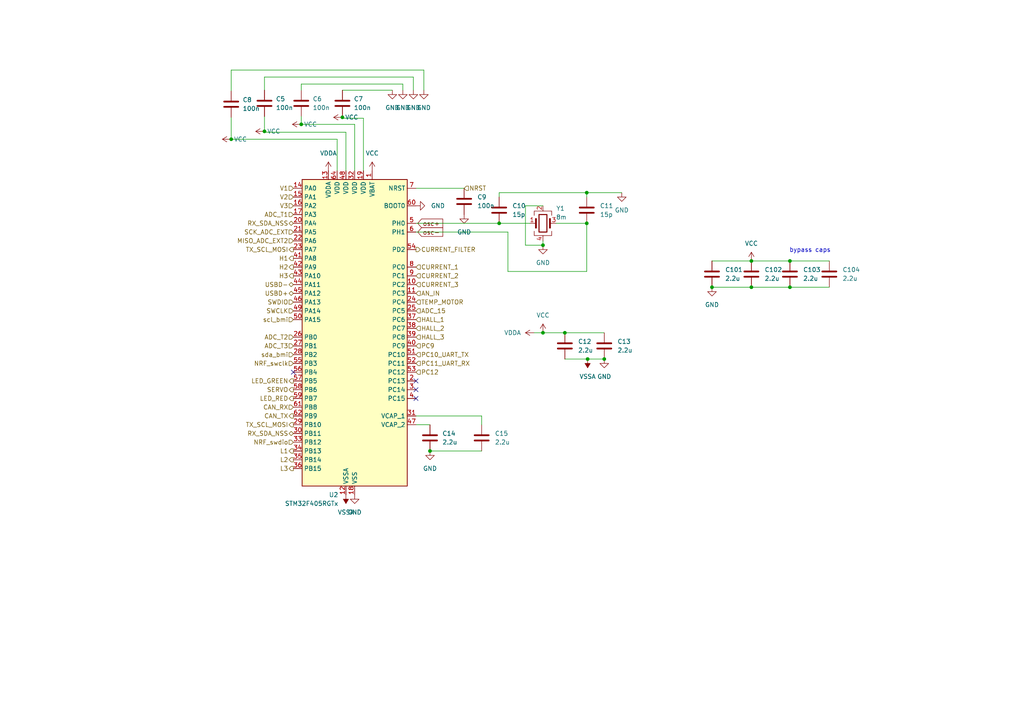
<source format=kicad_sch>
(kicad_sch
	(version 20231120)
	(generator "eeschema")
	(generator_version "8.0")
	(uuid "31c00ebe-3248-4b0e-8239-9957adc12cb0")
	(paper "A4")
	(title_block
		(title "BaguettESC100-100")
		(date "2024-11-09")
		(rev "Prot-1")
	)
	(lib_symbols
		(symbol "Device:C"
			(pin_numbers hide)
			(pin_names
				(offset 0.254)
			)
			(exclude_from_sim no)
			(in_bom yes)
			(on_board yes)
			(property "Reference" "C"
				(at 0.635 2.54 0)
				(effects
					(font
						(size 1.27 1.27)
					)
					(justify left)
				)
			)
			(property "Value" "C"
				(at 0.635 -2.54 0)
				(effects
					(font
						(size 1.27 1.27)
					)
					(justify left)
				)
			)
			(property "Footprint" ""
				(at 0.9652 -3.81 0)
				(effects
					(font
						(size 1.27 1.27)
					)
					(hide yes)
				)
			)
			(property "Datasheet" "~"
				(at 0 0 0)
				(effects
					(font
						(size 1.27 1.27)
					)
					(hide yes)
				)
			)
			(property "Description" "Unpolarized capacitor"
				(at 0 0 0)
				(effects
					(font
						(size 1.27 1.27)
					)
					(hide yes)
				)
			)
			(property "ki_keywords" "cap capacitor"
				(at 0 0 0)
				(effects
					(font
						(size 1.27 1.27)
					)
					(hide yes)
				)
			)
			(property "ki_fp_filters" "C_*"
				(at 0 0 0)
				(effects
					(font
						(size 1.27 1.27)
					)
					(hide yes)
				)
			)
			(symbol "C_0_1"
				(polyline
					(pts
						(xy -2.032 -0.762) (xy 2.032 -0.762)
					)
					(stroke
						(width 0.508)
						(type default)
					)
					(fill
						(type none)
					)
				)
				(polyline
					(pts
						(xy -2.032 0.762) (xy 2.032 0.762)
					)
					(stroke
						(width 0.508)
						(type default)
					)
					(fill
						(type none)
					)
				)
			)
			(symbol "C_1_1"
				(pin passive line
					(at 0 3.81 270)
					(length 2.794)
					(name "~"
						(effects
							(font
								(size 1.27 1.27)
							)
						)
					)
					(number "1"
						(effects
							(font
								(size 1.27 1.27)
							)
						)
					)
				)
				(pin passive line
					(at 0 -3.81 90)
					(length 2.794)
					(name "~"
						(effects
							(font
								(size 1.27 1.27)
							)
						)
					)
					(number "2"
						(effects
							(font
								(size 1.27 1.27)
							)
						)
					)
				)
			)
		)
		(symbol "Device:Crystal_GND23"
			(pin_names
				(offset 1.016) hide)
			(exclude_from_sim no)
			(in_bom yes)
			(on_board yes)
			(property "Reference" "Y1"
				(at 5.08 4.318 0)
				(effects
					(font
						(size 1.27 1.27)
					)
				)
			)
			(property "Value" "8m"
				(at 5.334 1.778 0)
				(effects
					(font
						(size 1.27 1.27)
					)
				)
			)
			(property "Footprint" "Crystal:Crystal_SMD_3225-4Pin_3.2x2.5mm"
				(at 0 0 0)
				(effects
					(font
						(size 1.27 1.27)
					)
					(hide yes)
				)
			)
			(property "Datasheet" "~"
				(at 0 0 0)
				(effects
					(font
						(size 1.27 1.27)
					)
					(hide yes)
				)
			)
			(property "Description" "Four pin crystal, GND on pins 2 and 3"
				(at 0 0 0)
				(effects
					(font
						(size 1.27 1.27)
					)
					(hide yes)
				)
			)
			(property "ki_keywords" "quartz ceramic resonator oscillator"
				(at 0 0 0)
				(effects
					(font
						(size 1.27 1.27)
					)
					(hide yes)
				)
			)
			(property "ki_fp_filters" "Crystal*"
				(at 0 0 0)
				(effects
					(font
						(size 1.27 1.27)
					)
					(hide yes)
				)
			)
			(symbol "Crystal_GND23_0_1"
				(rectangle
					(start -1.143 2.54)
					(end 1.143 -2.54)
					(stroke
						(width 0.3048)
						(type default)
					)
					(fill
						(type none)
					)
				)
				(polyline
					(pts
						(xy -2.54 0) (xy -2.032 0)
					)
					(stroke
						(width 0)
						(type default)
					)
					(fill
						(type none)
					)
				)
				(polyline
					(pts
						(xy -2.032 -1.27) (xy -2.032 1.27)
					)
					(stroke
						(width 0.508)
						(type default)
					)
					(fill
						(type none)
					)
				)
				(polyline
					(pts
						(xy 0 -3.81) (xy 0 -3.556)
					)
					(stroke
						(width 0)
						(type default)
					)
					(fill
						(type none)
					)
				)
				(polyline
					(pts
						(xy 0 3.556) (xy 0 3.81)
					)
					(stroke
						(width 0)
						(type default)
					)
					(fill
						(type none)
					)
				)
				(polyline
					(pts
						(xy 2.032 -1.27) (xy 2.032 1.27)
					)
					(stroke
						(width 0.508)
						(type default)
					)
					(fill
						(type none)
					)
				)
				(polyline
					(pts
						(xy 2.032 0) (xy 2.54 0)
					)
					(stroke
						(width 0)
						(type default)
					)
					(fill
						(type none)
					)
				)
				(polyline
					(pts
						(xy -2.54 -2.286) (xy -2.54 -3.556) (xy 2.54 -3.556) (xy 2.54 -2.286)
					)
					(stroke
						(width 0)
						(type default)
					)
					(fill
						(type none)
					)
				)
				(polyline
					(pts
						(xy -2.54 2.286) (xy -2.54 3.556) (xy 2.54 3.556) (xy 2.54 2.286)
					)
					(stroke
						(width 0)
						(type default)
					)
					(fill
						(type none)
					)
				)
			)
			(symbol "Crystal_GND23_1_1"
				(pin passive line
					(at -3.81 0 0)
					(length 1.27)
					(name "1"
						(effects
							(font
								(size 1.27 1.27)
							)
						)
					)
					(number "1"
						(effects
							(font
								(size 1.27 1.27)
							)
						)
					)
				)
				(pin passive line
					(at 0 5.08 270)
					(length 1.27)
					(name "2"
						(effects
							(font
								(size 1.27 1.27)
							)
						)
					)
					(number "2"
						(effects
							(font
								(size 1.27 1.27)
							)
						)
					)
				)
				(pin passive line
					(at 3.81 0 180)
					(length 1.27)
					(name "3"
						(effects
							(font
								(size 1.27 1.27)
							)
						)
					)
					(number "3"
						(effects
							(font
								(size 1.27 1.27)
							)
						)
					)
				)
				(pin passive line
					(at 0 -5.08 90)
					(length 1.27)
					(name "4"
						(effects
							(font
								(size 1.27 1.27)
							)
						)
					)
					(number "4"
						(effects
							(font
								(size 1.27 1.27)
							)
						)
					)
				)
			)
		)
		(symbol "MCU_ST_STM32F4:STM32F405RGTx"
			(exclude_from_sim no)
			(in_bom yes)
			(on_board yes)
			(property "Reference" "U"
				(at -15.24 46.99 0)
				(effects
					(font
						(size 1.27 1.27)
					)
					(justify left)
				)
			)
			(property "Value" "STM32F405RGTx"
				(at 10.16 46.99 0)
				(effects
					(font
						(size 1.27 1.27)
					)
					(justify left)
				)
			)
			(property "Footprint" "Package_QFP:LQFP-64_10x10mm_P0.5mm"
				(at -15.24 -43.18 0)
				(effects
					(font
						(size 1.27 1.27)
					)
					(justify right)
					(hide yes)
				)
			)
			(property "Datasheet" "https://www.st.com/resource/en/datasheet/stm32f405rg.pdf"
				(at 0 0 0)
				(effects
					(font
						(size 1.27 1.27)
					)
					(hide yes)
				)
			)
			(property "Description" "STMicroelectronics Arm Cortex-M4 MCU, 1024KB flash, 192KB RAM, 168 MHz, 1.8-3.6V, 51 GPIO, LQFP64"
				(at 0 0 0)
				(effects
					(font
						(size 1.27 1.27)
					)
					(hide yes)
				)
			)
			(property "ki_locked" ""
				(at 0 0 0)
				(effects
					(font
						(size 1.27 1.27)
					)
				)
			)
			(property "ki_keywords" "Arm Cortex-M4 STM32F4 STM32F405/415"
				(at 0 0 0)
				(effects
					(font
						(size 1.27 1.27)
					)
					(hide yes)
				)
			)
			(property "ki_fp_filters" "LQFP*10x10mm*P0.5mm*"
				(at 0 0 0)
				(effects
					(font
						(size 1.27 1.27)
					)
					(hide yes)
				)
			)
			(symbol "STM32F405RGTx_0_1"
				(rectangle
					(start -15.24 -43.18)
					(end 15.24 45.72)
					(stroke
						(width 0.254)
						(type default)
					)
					(fill
						(type background)
					)
				)
			)
			(symbol "STM32F405RGTx_1_1"
				(pin power_in line
					(at -5.08 48.26 270)
					(length 2.54)
					(name "VBAT"
						(effects
							(font
								(size 1.27 1.27)
							)
						)
					)
					(number "1"
						(effects
							(font
								(size 1.27 1.27)
							)
						)
					)
				)
				(pin bidirectional line
					(at -17.78 15.24 0)
					(length 2.54)
					(name "PC2"
						(effects
							(font
								(size 1.27 1.27)
							)
						)
					)
					(number "10"
						(effects
							(font
								(size 1.27 1.27)
							)
						)
					)
					(alternate "ADC1_IN12" bidirectional line)
					(alternate "ADC2_IN12" bidirectional line)
					(alternate "ADC3_IN12" bidirectional line)
					(alternate "I2S2_ext_SD" bidirectional line)
					(alternate "SPI2_MISO" bidirectional line)
					(alternate "USB_OTG_HS_ULPI_DIR" bidirectional line)
				)
				(pin bidirectional line
					(at -17.78 12.7 0)
					(length 2.54)
					(name "PC3"
						(effects
							(font
								(size 1.27 1.27)
							)
						)
					)
					(number "11"
						(effects
							(font
								(size 1.27 1.27)
							)
						)
					)
					(alternate "ADC1_IN13" bidirectional line)
					(alternate "ADC2_IN13" bidirectional line)
					(alternate "ADC3_IN13" bidirectional line)
					(alternate "I2S2_SD" bidirectional line)
					(alternate "SPI2_MOSI" bidirectional line)
					(alternate "USB_OTG_HS_ULPI_NXT" bidirectional line)
				)
				(pin power_in line
					(at 2.54 -45.72 90)
					(length 2.54)
					(name "VSSA"
						(effects
							(font
								(size 1.27 1.27)
							)
						)
					)
					(number "12"
						(effects
							(font
								(size 1.27 1.27)
							)
						)
					)
				)
				(pin power_in line
					(at 7.62 48.26 270)
					(length 2.54)
					(name "VDDA"
						(effects
							(font
								(size 1.27 1.27)
							)
						)
					)
					(number "13"
						(effects
							(font
								(size 1.27 1.27)
							)
						)
					)
				)
				(pin bidirectional line
					(at 17.78 43.18 180)
					(length 2.54)
					(name "PA0"
						(effects
							(font
								(size 1.27 1.27)
							)
						)
					)
					(number "14"
						(effects
							(font
								(size 1.27 1.27)
							)
						)
					)
					(alternate "ADC1_IN0" bidirectional line)
					(alternate "ADC2_IN0" bidirectional line)
					(alternate "ADC3_IN0" bidirectional line)
					(alternate "SYS_WKUP" bidirectional line)
					(alternate "TIM2_CH1" bidirectional line)
					(alternate "TIM2_ETR" bidirectional line)
					(alternate "TIM5_CH1" bidirectional line)
					(alternate "TIM8_ETR" bidirectional line)
					(alternate "UART4_TX" bidirectional line)
					(alternate "USART2_CTS" bidirectional line)
				)
				(pin bidirectional line
					(at 17.78 40.64 180)
					(length 2.54)
					(name "PA1"
						(effects
							(font
								(size 1.27 1.27)
							)
						)
					)
					(number "15"
						(effects
							(font
								(size 1.27 1.27)
							)
						)
					)
					(alternate "ADC1_IN1" bidirectional line)
					(alternate "ADC2_IN1" bidirectional line)
					(alternate "ADC3_IN1" bidirectional line)
					(alternate "TIM2_CH2" bidirectional line)
					(alternate "TIM5_CH2" bidirectional line)
					(alternate "UART4_RX" bidirectional line)
					(alternate "USART2_RTS" bidirectional line)
				)
				(pin bidirectional line
					(at 17.78 38.1 180)
					(length 2.54)
					(name "PA2"
						(effects
							(font
								(size 1.27 1.27)
							)
						)
					)
					(number "16"
						(effects
							(font
								(size 1.27 1.27)
							)
						)
					)
					(alternate "ADC1_IN2" bidirectional line)
					(alternate "ADC2_IN2" bidirectional line)
					(alternate "ADC3_IN2" bidirectional line)
					(alternate "TIM2_CH3" bidirectional line)
					(alternate "TIM5_CH3" bidirectional line)
					(alternate "TIM9_CH1" bidirectional line)
					(alternate "USART2_TX" bidirectional line)
				)
				(pin bidirectional line
					(at 17.78 35.56 180)
					(length 2.54)
					(name "PA3"
						(effects
							(font
								(size 1.27 1.27)
							)
						)
					)
					(number "17"
						(effects
							(font
								(size 1.27 1.27)
							)
						)
					)
					(alternate "ADC1_IN3" bidirectional line)
					(alternate "ADC2_IN3" bidirectional line)
					(alternate "ADC3_IN3" bidirectional line)
					(alternate "TIM2_CH4" bidirectional line)
					(alternate "TIM5_CH4" bidirectional line)
					(alternate "TIM9_CH2" bidirectional line)
					(alternate "USART2_RX" bidirectional line)
					(alternate "USB_OTG_HS_ULPI_D0" bidirectional line)
				)
				(pin power_in line
					(at 0 -45.72 90)
					(length 2.54)
					(name "VSS"
						(effects
							(font
								(size 1.27 1.27)
							)
						)
					)
					(number "18"
						(effects
							(font
								(size 1.27 1.27)
							)
						)
					)
				)
				(pin power_in line
					(at -2.54 48.26 270)
					(length 2.54)
					(name "VDD"
						(effects
							(font
								(size 1.27 1.27)
							)
						)
					)
					(number "19"
						(effects
							(font
								(size 1.27 1.27)
							)
						)
					)
				)
				(pin bidirectional line
					(at -17.78 -12.7 0)
					(length 2.54)
					(name "PC13"
						(effects
							(font
								(size 1.27 1.27)
							)
						)
					)
					(number "2"
						(effects
							(font
								(size 1.27 1.27)
							)
						)
					)
					(alternate "RTC_AF1" bidirectional line)
				)
				(pin bidirectional line
					(at 17.78 33.02 180)
					(length 2.54)
					(name "PA4"
						(effects
							(font
								(size 1.27 1.27)
							)
						)
					)
					(number "20"
						(effects
							(font
								(size 1.27 1.27)
							)
						)
					)
					(alternate "ADC1_IN4" bidirectional line)
					(alternate "ADC2_IN4" bidirectional line)
					(alternate "DAC_OUT1" bidirectional line)
					(alternate "I2S3_WS" bidirectional line)
					(alternate "SPI1_NSS" bidirectional line)
					(alternate "SPI3_NSS" bidirectional line)
					(alternate "USART2_CK" bidirectional line)
					(alternate "USB_OTG_HS_SOF" bidirectional line)
				)
				(pin bidirectional line
					(at 17.78 30.48 180)
					(length 2.54)
					(name "PA5"
						(effects
							(font
								(size 1.27 1.27)
							)
						)
					)
					(number "21"
						(effects
							(font
								(size 1.27 1.27)
							)
						)
					)
					(alternate "ADC1_IN5" bidirectional line)
					(alternate "ADC2_IN5" bidirectional line)
					(alternate "DAC_OUT2" bidirectional line)
					(alternate "SPI1_SCK" bidirectional line)
					(alternate "TIM2_CH1" bidirectional line)
					(alternate "TIM2_ETR" bidirectional line)
					(alternate "TIM8_CH1N" bidirectional line)
					(alternate "USB_OTG_HS_ULPI_CK" bidirectional line)
				)
				(pin bidirectional line
					(at 17.78 27.94 180)
					(length 2.54)
					(name "PA6"
						(effects
							(font
								(size 1.27 1.27)
							)
						)
					)
					(number "22"
						(effects
							(font
								(size 1.27 1.27)
							)
						)
					)
					(alternate "ADC1_IN6" bidirectional line)
					(alternate "ADC2_IN6" bidirectional line)
					(alternate "SPI1_MISO" bidirectional line)
					(alternate "TIM13_CH1" bidirectional line)
					(alternate "TIM1_BKIN" bidirectional line)
					(alternate "TIM3_CH1" bidirectional line)
					(alternate "TIM8_BKIN" bidirectional line)
				)
				(pin bidirectional line
					(at 17.78 25.4 180)
					(length 2.54)
					(name "PA7"
						(effects
							(font
								(size 1.27 1.27)
							)
						)
					)
					(number "23"
						(effects
							(font
								(size 1.27 1.27)
							)
						)
					)
					(alternate "ADC1_IN7" bidirectional line)
					(alternate "ADC2_IN7" bidirectional line)
					(alternate "SPI1_MOSI" bidirectional line)
					(alternate "TIM14_CH1" bidirectional line)
					(alternate "TIM1_CH1N" bidirectional line)
					(alternate "TIM3_CH2" bidirectional line)
					(alternate "TIM8_CH1N" bidirectional line)
				)
				(pin bidirectional line
					(at -17.78 10.16 0)
					(length 2.54)
					(name "PC4"
						(effects
							(font
								(size 1.27 1.27)
							)
						)
					)
					(number "24"
						(effects
							(font
								(size 1.27 1.27)
							)
						)
					)
					(alternate "ADC1_IN14" bidirectional line)
					(alternate "ADC2_IN14" bidirectional line)
				)
				(pin bidirectional line
					(at -17.78 7.62 0)
					(length 2.54)
					(name "PC5"
						(effects
							(font
								(size 1.27 1.27)
							)
						)
					)
					(number "25"
						(effects
							(font
								(size 1.27 1.27)
							)
						)
					)
					(alternate "ADC1_IN15" bidirectional line)
					(alternate "ADC2_IN15" bidirectional line)
				)
				(pin bidirectional line
					(at 17.78 0 180)
					(length 2.54)
					(name "PB0"
						(effects
							(font
								(size 1.27 1.27)
							)
						)
					)
					(number "26"
						(effects
							(font
								(size 1.27 1.27)
							)
						)
					)
					(alternate "ADC1_IN8" bidirectional line)
					(alternate "ADC2_IN8" bidirectional line)
					(alternate "TIM1_CH2N" bidirectional line)
					(alternate "TIM3_CH3" bidirectional line)
					(alternate "TIM8_CH2N" bidirectional line)
					(alternate "USB_OTG_HS_ULPI_D1" bidirectional line)
				)
				(pin bidirectional line
					(at 17.78 -2.54 180)
					(length 2.54)
					(name "PB1"
						(effects
							(font
								(size 1.27 1.27)
							)
						)
					)
					(number "27"
						(effects
							(font
								(size 1.27 1.27)
							)
						)
					)
					(alternate "ADC1_IN9" bidirectional line)
					(alternate "ADC2_IN9" bidirectional line)
					(alternate "TIM1_CH3N" bidirectional line)
					(alternate "TIM3_CH4" bidirectional line)
					(alternate "TIM8_CH3N" bidirectional line)
					(alternate "USB_OTG_HS_ULPI_D2" bidirectional line)
				)
				(pin bidirectional line
					(at 17.78 -5.08 180)
					(length 2.54)
					(name "PB2"
						(effects
							(font
								(size 1.27 1.27)
							)
						)
					)
					(number "28"
						(effects
							(font
								(size 1.27 1.27)
							)
						)
					)
				)
				(pin bidirectional line
					(at 17.78 -25.4 180)
					(length 2.54)
					(name "PB10"
						(effects
							(font
								(size 1.27 1.27)
							)
						)
					)
					(number "29"
						(effects
							(font
								(size 1.27 1.27)
							)
						)
					)
					(alternate "I2C2_SCL" bidirectional line)
					(alternate "I2S2_CK" bidirectional line)
					(alternate "SPI2_SCK" bidirectional line)
					(alternate "TIM2_CH3" bidirectional line)
					(alternate "USART3_TX" bidirectional line)
					(alternate "USB_OTG_HS_ULPI_D3" bidirectional line)
				)
				(pin bidirectional line
					(at -17.78 -15.24 0)
					(length 2.54)
					(name "PC14"
						(effects
							(font
								(size 1.27 1.27)
							)
						)
					)
					(number "3"
						(effects
							(font
								(size 1.27 1.27)
							)
						)
					)
					(alternate "RCC_OSC32_IN" bidirectional line)
				)
				(pin bidirectional line
					(at 17.78 -27.94 180)
					(length 2.54)
					(name "PB11"
						(effects
							(font
								(size 1.27 1.27)
							)
						)
					)
					(number "30"
						(effects
							(font
								(size 1.27 1.27)
							)
						)
					)
					(alternate "ADC1_EXTI11" bidirectional line)
					(alternate "ADC2_EXTI11" bidirectional line)
					(alternate "ADC3_EXTI11" bidirectional line)
					(alternate "I2C2_SDA" bidirectional line)
					(alternate "TIM2_CH4" bidirectional line)
					(alternate "USART3_RX" bidirectional line)
					(alternate "USB_OTG_HS_ULPI_D4" bidirectional line)
				)
				(pin power_out line
					(at -17.78 -22.86 0)
					(length 2.54)
					(name "VCAP_1"
						(effects
							(font
								(size 1.27 1.27)
							)
						)
					)
					(number "31"
						(effects
							(font
								(size 1.27 1.27)
							)
						)
					)
				)
				(pin power_in line
					(at 0 48.26 270)
					(length 2.54)
					(name "VDD"
						(effects
							(font
								(size 1.27 1.27)
							)
						)
					)
					(number "32"
						(effects
							(font
								(size 1.27 1.27)
							)
						)
					)
				)
				(pin bidirectional line
					(at 17.78 -30.48 180)
					(length 2.54)
					(name "PB12"
						(effects
							(font
								(size 1.27 1.27)
							)
						)
					)
					(number "33"
						(effects
							(font
								(size 1.27 1.27)
							)
						)
					)
					(alternate "CAN2_RX" bidirectional line)
					(alternate "I2C2_SMBA" bidirectional line)
					(alternate "I2S2_WS" bidirectional line)
					(alternate "SPI2_NSS" bidirectional line)
					(alternate "TIM1_BKIN" bidirectional line)
					(alternate "USART3_CK" bidirectional line)
					(alternate "USB_OTG_HS_ID" bidirectional line)
					(alternate "USB_OTG_HS_ULPI_D5" bidirectional line)
				)
				(pin bidirectional line
					(at 17.78 -33.02 180)
					(length 2.54)
					(name "PB13"
						(effects
							(font
								(size 1.27 1.27)
							)
						)
					)
					(number "34"
						(effects
							(font
								(size 1.27 1.27)
							)
						)
					)
					(alternate "CAN2_TX" bidirectional line)
					(alternate "I2S2_CK" bidirectional line)
					(alternate "SPI2_SCK" bidirectional line)
					(alternate "TIM1_CH1N" bidirectional line)
					(alternate "USART3_CTS" bidirectional line)
					(alternate "USB_OTG_HS_ULPI_D6" bidirectional line)
					(alternate "USB_OTG_HS_VBUS" bidirectional line)
				)
				(pin bidirectional line
					(at 17.78 -35.56 180)
					(length 2.54)
					(name "PB14"
						(effects
							(font
								(size 1.27 1.27)
							)
						)
					)
					(number "35"
						(effects
							(font
								(size 1.27 1.27)
							)
						)
					)
					(alternate "I2S2_ext_SD" bidirectional line)
					(alternate "SPI2_MISO" bidirectional line)
					(alternate "TIM12_CH1" bidirectional line)
					(alternate "TIM1_CH2N" bidirectional line)
					(alternate "TIM8_CH2N" bidirectional line)
					(alternate "USART3_RTS" bidirectional line)
					(alternate "USB_OTG_HS_DM" bidirectional line)
				)
				(pin bidirectional line
					(at 17.78 -38.1 180)
					(length 2.54)
					(name "PB15"
						(effects
							(font
								(size 1.27 1.27)
							)
						)
					)
					(number "36"
						(effects
							(font
								(size 1.27 1.27)
							)
						)
					)
					(alternate "ADC1_EXTI15" bidirectional line)
					(alternate "ADC2_EXTI15" bidirectional line)
					(alternate "ADC3_EXTI15" bidirectional line)
					(alternate "I2S2_SD" bidirectional line)
					(alternate "RTC_REFIN" bidirectional line)
					(alternate "SPI2_MOSI" bidirectional line)
					(alternate "TIM12_CH2" bidirectional line)
					(alternate "TIM1_CH3N" bidirectional line)
					(alternate "TIM8_CH3N" bidirectional line)
					(alternate "USB_OTG_HS_DP" bidirectional line)
				)
				(pin bidirectional line
					(at -17.78 5.08 0)
					(length 2.54)
					(name "PC6"
						(effects
							(font
								(size 1.27 1.27)
							)
						)
					)
					(number "37"
						(effects
							(font
								(size 1.27 1.27)
							)
						)
					)
					(alternate "I2S2_MCK" bidirectional line)
					(alternate "SDIO_D6" bidirectional line)
					(alternate "TIM3_CH1" bidirectional line)
					(alternate "TIM8_CH1" bidirectional line)
					(alternate "USART6_TX" bidirectional line)
				)
				(pin bidirectional line
					(at -17.78 2.54 0)
					(length 2.54)
					(name "PC7"
						(effects
							(font
								(size 1.27 1.27)
							)
						)
					)
					(number "38"
						(effects
							(font
								(size 1.27 1.27)
							)
						)
					)
					(alternate "I2S3_MCK" bidirectional line)
					(alternate "SDIO_D7" bidirectional line)
					(alternate "TIM3_CH2" bidirectional line)
					(alternate "TIM8_CH2" bidirectional line)
					(alternate "USART6_RX" bidirectional line)
				)
				(pin bidirectional line
					(at -17.78 0 0)
					(length 2.54)
					(name "PC8"
						(effects
							(font
								(size 1.27 1.27)
							)
						)
					)
					(number "39"
						(effects
							(font
								(size 1.27 1.27)
							)
						)
					)
					(alternate "SDIO_D0" bidirectional line)
					(alternate "TIM3_CH3" bidirectional line)
					(alternate "TIM8_CH3" bidirectional line)
					(alternate "USART6_CK" bidirectional line)
				)
				(pin bidirectional line
					(at -17.78 -17.78 0)
					(length 2.54)
					(name "PC15"
						(effects
							(font
								(size 1.27 1.27)
							)
						)
					)
					(number "4"
						(effects
							(font
								(size 1.27 1.27)
							)
						)
					)
					(alternate "ADC1_EXTI15" bidirectional line)
					(alternate "ADC2_EXTI15" bidirectional line)
					(alternate "ADC3_EXTI15" bidirectional line)
					(alternate "RCC_OSC32_OUT" bidirectional line)
				)
				(pin bidirectional line
					(at -17.78 -2.54 0)
					(length 2.54)
					(name "PC9"
						(effects
							(font
								(size 1.27 1.27)
							)
						)
					)
					(number "40"
						(effects
							(font
								(size 1.27 1.27)
							)
						)
					)
					(alternate "DAC_EXTI9" bidirectional line)
					(alternate "I2C3_SDA" bidirectional line)
					(alternate "I2S_CKIN" bidirectional line)
					(alternate "RCC_MCO_2" bidirectional line)
					(alternate "SDIO_D1" bidirectional line)
					(alternate "TIM3_CH4" bidirectional line)
					(alternate "TIM8_CH4" bidirectional line)
				)
				(pin bidirectional line
					(at 17.78 22.86 180)
					(length 2.54)
					(name "PA8"
						(effects
							(font
								(size 1.27 1.27)
							)
						)
					)
					(number "41"
						(effects
							(font
								(size 1.27 1.27)
							)
						)
					)
					(alternate "I2C3_SCL" bidirectional line)
					(alternate "RCC_MCO_1" bidirectional line)
					(alternate "TIM1_CH1" bidirectional line)
					(alternate "USART1_CK" bidirectional line)
					(alternate "USB_OTG_FS_SOF" bidirectional line)
				)
				(pin bidirectional line
					(at 17.78 20.32 180)
					(length 2.54)
					(name "PA9"
						(effects
							(font
								(size 1.27 1.27)
							)
						)
					)
					(number "42"
						(effects
							(font
								(size 1.27 1.27)
							)
						)
					)
					(alternate "DAC_EXTI9" bidirectional line)
					(alternate "I2C3_SMBA" bidirectional line)
					(alternate "TIM1_CH2" bidirectional line)
					(alternate "USART1_TX" bidirectional line)
					(alternate "USB_OTG_FS_VBUS" bidirectional line)
				)
				(pin bidirectional line
					(at 17.78 17.78 180)
					(length 2.54)
					(name "PA10"
						(effects
							(font
								(size 1.27 1.27)
							)
						)
					)
					(number "43"
						(effects
							(font
								(size 1.27 1.27)
							)
						)
					)
					(alternate "TIM1_CH3" bidirectional line)
					(alternate "USART1_RX" bidirectional line)
					(alternate "USB_OTG_FS_ID" bidirectional line)
				)
				(pin bidirectional line
					(at 17.78 15.24 180)
					(length 2.54)
					(name "PA11"
						(effects
							(font
								(size 1.27 1.27)
							)
						)
					)
					(number "44"
						(effects
							(font
								(size 1.27 1.27)
							)
						)
					)
					(alternate "ADC1_EXTI11" bidirectional line)
					(alternate "ADC2_EXTI11" bidirectional line)
					(alternate "ADC3_EXTI11" bidirectional line)
					(alternate "CAN1_RX" bidirectional line)
					(alternate "TIM1_CH4" bidirectional line)
					(alternate "USART1_CTS" bidirectional line)
					(alternate "USB_OTG_FS_DM" bidirectional line)
				)
				(pin bidirectional line
					(at 17.78 12.7 180)
					(length 2.54)
					(name "PA12"
						(effects
							(font
								(size 1.27 1.27)
							)
						)
					)
					(number "45"
						(effects
							(font
								(size 1.27 1.27)
							)
						)
					)
					(alternate "CAN1_TX" bidirectional line)
					(alternate "TIM1_ETR" bidirectional line)
					(alternate "USART1_RTS" bidirectional line)
					(alternate "USB_OTG_FS_DP" bidirectional line)
				)
				(pin bidirectional line
					(at 17.78 10.16 180)
					(length 2.54)
					(name "PA13"
						(effects
							(font
								(size 1.27 1.27)
							)
						)
					)
					(number "46"
						(effects
							(font
								(size 1.27 1.27)
							)
						)
					)
					(alternate "SYS_JTMS-SWDIO" bidirectional line)
				)
				(pin power_out line
					(at -17.78 -25.4 0)
					(length 2.54)
					(name "VCAP_2"
						(effects
							(font
								(size 1.27 1.27)
							)
						)
					)
					(number "47"
						(effects
							(font
								(size 1.27 1.27)
							)
						)
					)
				)
				(pin power_in line
					(at 2.54 48.26 270)
					(length 2.54)
					(name "VDD"
						(effects
							(font
								(size 1.27 1.27)
							)
						)
					)
					(number "48"
						(effects
							(font
								(size 1.27 1.27)
							)
						)
					)
				)
				(pin bidirectional line
					(at 17.78 7.62 180)
					(length 2.54)
					(name "PA14"
						(effects
							(font
								(size 1.27 1.27)
							)
						)
					)
					(number "49"
						(effects
							(font
								(size 1.27 1.27)
							)
						)
					)
					(alternate "SYS_JTCK-SWCLK" bidirectional line)
				)
				(pin bidirectional line
					(at -17.78 33.02 0)
					(length 2.54)
					(name "PH0"
						(effects
							(font
								(size 1.27 1.27)
							)
						)
					)
					(number "5"
						(effects
							(font
								(size 1.27 1.27)
							)
						)
					)
					(alternate "RCC_OSC_IN" bidirectional line)
				)
				(pin bidirectional line
					(at 17.78 5.08 180)
					(length 2.54)
					(name "PA15"
						(effects
							(font
								(size 1.27 1.27)
							)
						)
					)
					(number "50"
						(effects
							(font
								(size 1.27 1.27)
							)
						)
					)
					(alternate "ADC1_EXTI15" bidirectional line)
					(alternate "ADC2_EXTI15" bidirectional line)
					(alternate "ADC3_EXTI15" bidirectional line)
					(alternate "I2S3_WS" bidirectional line)
					(alternate "SPI1_NSS" bidirectional line)
					(alternate "SPI3_NSS" bidirectional line)
					(alternate "SYS_JTDI" bidirectional line)
					(alternate "TIM2_CH1" bidirectional line)
					(alternate "TIM2_ETR" bidirectional line)
				)
				(pin bidirectional line
					(at -17.78 -5.08 0)
					(length 2.54)
					(name "PC10"
						(effects
							(font
								(size 1.27 1.27)
							)
						)
					)
					(number "51"
						(effects
							(font
								(size 1.27 1.27)
							)
						)
					)
					(alternate "I2S3_CK" bidirectional line)
					(alternate "SDIO_D2" bidirectional line)
					(alternate "SPI3_SCK" bidirectional line)
					(alternate "UART4_TX" bidirectional line)
					(alternate "USART3_TX" bidirectional line)
				)
				(pin bidirectional line
					(at -17.78 -7.62 0)
					(length 2.54)
					(name "PC11"
						(effects
							(font
								(size 1.27 1.27)
							)
						)
					)
					(number "52"
						(effects
							(font
								(size 1.27 1.27)
							)
						)
					)
					(alternate "ADC1_EXTI11" bidirectional line)
					(alternate "ADC2_EXTI11" bidirectional line)
					(alternate "ADC3_EXTI11" bidirectional line)
					(alternate "I2S3_ext_SD" bidirectional line)
					(alternate "SDIO_D3" bidirectional line)
					(alternate "SPI3_MISO" bidirectional line)
					(alternate "UART4_RX" bidirectional line)
					(alternate "USART3_RX" bidirectional line)
				)
				(pin bidirectional line
					(at -17.78 -10.16 0)
					(length 2.54)
					(name "PC12"
						(effects
							(font
								(size 1.27 1.27)
							)
						)
					)
					(number "53"
						(effects
							(font
								(size 1.27 1.27)
							)
						)
					)
					(alternate "I2S3_SD" bidirectional line)
					(alternate "SDIO_CK" bidirectional line)
					(alternate "SPI3_MOSI" bidirectional line)
					(alternate "UART5_TX" bidirectional line)
					(alternate "USART3_CK" bidirectional line)
				)
				(pin bidirectional line
					(at -17.78 25.4 0)
					(length 2.54)
					(name "PD2"
						(effects
							(font
								(size 1.27 1.27)
							)
						)
					)
					(number "54"
						(effects
							(font
								(size 1.27 1.27)
							)
						)
					)
					(alternate "SDIO_CMD" bidirectional line)
					(alternate "TIM3_ETR" bidirectional line)
					(alternate "UART5_RX" bidirectional line)
				)
				(pin bidirectional line
					(at 17.78 -7.62 180)
					(length 2.54)
					(name "PB3"
						(effects
							(font
								(size 1.27 1.27)
							)
						)
					)
					(number "55"
						(effects
							(font
								(size 1.27 1.27)
							)
						)
					)
					(alternate "I2S3_CK" bidirectional line)
					(alternate "SPI1_SCK" bidirectional line)
					(alternate "SPI3_SCK" bidirectional line)
					(alternate "SYS_JTDO-SWO" bidirectional line)
					(alternate "TIM2_CH2" bidirectional line)
				)
				(pin bidirectional line
					(at 17.78 -10.16 180)
					(length 2.54)
					(name "PB4"
						(effects
							(font
								(size 1.27 1.27)
							)
						)
					)
					(number "56"
						(effects
							(font
								(size 1.27 1.27)
							)
						)
					)
					(alternate "I2S3_ext_SD" bidirectional line)
					(alternate "SPI1_MISO" bidirectional line)
					(alternate "SPI3_MISO" bidirectional line)
					(alternate "SYS_JTRST" bidirectional line)
					(alternate "TIM3_CH1" bidirectional line)
				)
				(pin bidirectional line
					(at 17.78 -12.7 180)
					(length 2.54)
					(name "PB5"
						(effects
							(font
								(size 1.27 1.27)
							)
						)
					)
					(number "57"
						(effects
							(font
								(size 1.27 1.27)
							)
						)
					)
					(alternate "CAN2_RX" bidirectional line)
					(alternate "I2C1_SMBA" bidirectional line)
					(alternate "I2S3_SD" bidirectional line)
					(alternate "SPI1_MOSI" bidirectional line)
					(alternate "SPI3_MOSI" bidirectional line)
					(alternate "TIM3_CH2" bidirectional line)
					(alternate "USB_OTG_HS_ULPI_D7" bidirectional line)
				)
				(pin bidirectional line
					(at 17.78 -15.24 180)
					(length 2.54)
					(name "PB6"
						(effects
							(font
								(size 1.27 1.27)
							)
						)
					)
					(number "58"
						(effects
							(font
								(size 1.27 1.27)
							)
						)
					)
					(alternate "CAN2_TX" bidirectional line)
					(alternate "I2C1_SCL" bidirectional line)
					(alternate "TIM4_CH1" bidirectional line)
					(alternate "USART1_TX" bidirectional line)
				)
				(pin bidirectional line
					(at 17.78 -17.78 180)
					(length 2.54)
					(name "PB7"
						(effects
							(font
								(size 1.27 1.27)
							)
						)
					)
					(number "59"
						(effects
							(font
								(size 1.27 1.27)
							)
						)
					)
					(alternate "I2C1_SDA" bidirectional line)
					(alternate "TIM4_CH2" bidirectional line)
					(alternate "USART1_RX" bidirectional line)
				)
				(pin bidirectional line
					(at -17.78 30.48 0)
					(length 2.54)
					(name "PH1"
						(effects
							(font
								(size 1.27 1.27)
							)
						)
					)
					(number "6"
						(effects
							(font
								(size 1.27 1.27)
							)
						)
					)
					(alternate "RCC_OSC_OUT" bidirectional line)
				)
				(pin input line
					(at -17.78 38.1 0)
					(length 2.54)
					(name "BOOT0"
						(effects
							(font
								(size 1.27 1.27)
							)
						)
					)
					(number "60"
						(effects
							(font
								(size 1.27 1.27)
							)
						)
					)
				)
				(pin bidirectional line
					(at 17.78 -20.32 180)
					(length 2.54)
					(name "PB8"
						(effects
							(font
								(size 1.27 1.27)
							)
						)
					)
					(number "61"
						(effects
							(font
								(size 1.27 1.27)
							)
						)
					)
					(alternate "CAN1_RX" bidirectional line)
					(alternate "I2C1_SCL" bidirectional line)
					(alternate "SDIO_D4" bidirectional line)
					(alternate "TIM10_CH1" bidirectional line)
					(alternate "TIM4_CH3" bidirectional line)
				)
				(pin bidirectional line
					(at 17.78 -22.86 180)
					(length 2.54)
					(name "PB9"
						(effects
							(font
								(size 1.27 1.27)
							)
						)
					)
					(number "62"
						(effects
							(font
								(size 1.27 1.27)
							)
						)
					)
					(alternate "CAN1_TX" bidirectional line)
					(alternate "DAC_EXTI9" bidirectional line)
					(alternate "I2C1_SDA" bidirectional line)
					(alternate "I2S2_WS" bidirectional line)
					(alternate "SDIO_D5" bidirectional line)
					(alternate "SPI2_NSS" bidirectional line)
					(alternate "TIM11_CH1" bidirectional line)
					(alternate "TIM4_CH4" bidirectional line)
				)
				(pin passive line
					(at 0 -45.72 90)
					(length 2.54) hide
					(name "VSS"
						(effects
							(font
								(size 1.27 1.27)
							)
						)
					)
					(number "63"
						(effects
							(font
								(size 1.27 1.27)
							)
						)
					)
				)
				(pin power_in line
					(at 5.08 48.26 270)
					(length 2.54)
					(name "VDD"
						(effects
							(font
								(size 1.27 1.27)
							)
						)
					)
					(number "64"
						(effects
							(font
								(size 1.27 1.27)
							)
						)
					)
				)
				(pin input line
					(at -17.78 43.18 0)
					(length 2.54)
					(name "NRST"
						(effects
							(font
								(size 1.27 1.27)
							)
						)
					)
					(number "7"
						(effects
							(font
								(size 1.27 1.27)
							)
						)
					)
				)
				(pin bidirectional line
					(at -17.78 20.32 0)
					(length 2.54)
					(name "PC0"
						(effects
							(font
								(size 1.27 1.27)
							)
						)
					)
					(number "8"
						(effects
							(font
								(size 1.27 1.27)
							)
						)
					)
					(alternate "ADC1_IN10" bidirectional line)
					(alternate "ADC2_IN10" bidirectional line)
					(alternate "ADC3_IN10" bidirectional line)
					(alternate "USB_OTG_HS_ULPI_STP" bidirectional line)
				)
				(pin bidirectional line
					(at -17.78 17.78 0)
					(length 2.54)
					(name "PC1"
						(effects
							(font
								(size 1.27 1.27)
							)
						)
					)
					(number "9"
						(effects
							(font
								(size 1.27 1.27)
							)
						)
					)
					(alternate "ADC1_IN11" bidirectional line)
					(alternate "ADC2_IN11" bidirectional line)
					(alternate "ADC3_IN11" bidirectional line)
				)
			)
		)
		(symbol "power:GND"
			(power)
			(pin_names
				(offset 0)
			)
			(exclude_from_sim no)
			(in_bom yes)
			(on_board yes)
			(property "Reference" "#PWR"
				(at 0 -6.35 0)
				(effects
					(font
						(size 1.27 1.27)
					)
					(hide yes)
				)
			)
			(property "Value" "GND"
				(at 0 -3.81 0)
				(effects
					(font
						(size 1.27 1.27)
					)
				)
			)
			(property "Footprint" ""
				(at 0 0 0)
				(effects
					(font
						(size 1.27 1.27)
					)
					(hide yes)
				)
			)
			(property "Datasheet" ""
				(at 0 0 0)
				(effects
					(font
						(size 1.27 1.27)
					)
					(hide yes)
				)
			)
			(property "Description" "Power symbol creates a global label with name \"GND\" , ground"
				(at 0 0 0)
				(effects
					(font
						(size 1.27 1.27)
					)
					(hide yes)
				)
			)
			(property "ki_keywords" "global power"
				(at 0 0 0)
				(effects
					(font
						(size 1.27 1.27)
					)
					(hide yes)
				)
			)
			(symbol "GND_0_1"
				(polyline
					(pts
						(xy 0 0) (xy 0 -1.27) (xy 1.27 -1.27) (xy 0 -2.54) (xy -1.27 -1.27) (xy 0 -1.27)
					)
					(stroke
						(width 0)
						(type default)
					)
					(fill
						(type none)
					)
				)
			)
			(symbol "GND_1_1"
				(pin power_in line
					(at 0 0 270)
					(length 0) hide
					(name "GND"
						(effects
							(font
								(size 1.27 1.27)
							)
						)
					)
					(number "1"
						(effects
							(font
								(size 1.27 1.27)
							)
						)
					)
				)
			)
		)
		(symbol "power:VCC"
			(power)
			(pin_names
				(offset 0)
			)
			(exclude_from_sim no)
			(in_bom yes)
			(on_board yes)
			(property "Reference" "#PWR"
				(at 0 -3.81 0)
				(effects
					(font
						(size 1.27 1.27)
					)
					(hide yes)
				)
			)
			(property "Value" "VCC"
				(at 0 3.81 0)
				(effects
					(font
						(size 1.27 1.27)
					)
				)
			)
			(property "Footprint" ""
				(at 0 0 0)
				(effects
					(font
						(size 1.27 1.27)
					)
					(hide yes)
				)
			)
			(property "Datasheet" ""
				(at 0 0 0)
				(effects
					(font
						(size 1.27 1.27)
					)
					(hide yes)
				)
			)
			(property "Description" "Power symbol creates a global label with name \"VCC\""
				(at 0 0 0)
				(effects
					(font
						(size 1.27 1.27)
					)
					(hide yes)
				)
			)
			(property "ki_keywords" "global power"
				(at 0 0 0)
				(effects
					(font
						(size 1.27 1.27)
					)
					(hide yes)
				)
			)
			(symbol "VCC_0_1"
				(polyline
					(pts
						(xy -0.762 1.27) (xy 0 2.54)
					)
					(stroke
						(width 0)
						(type default)
					)
					(fill
						(type none)
					)
				)
				(polyline
					(pts
						(xy 0 0) (xy 0 2.54)
					)
					(stroke
						(width 0)
						(type default)
					)
					(fill
						(type none)
					)
				)
				(polyline
					(pts
						(xy 0 2.54) (xy 0.762 1.27)
					)
					(stroke
						(width 0)
						(type default)
					)
					(fill
						(type none)
					)
				)
			)
			(symbol "VCC_1_1"
				(pin power_in line
					(at 0 0 90)
					(length 0) hide
					(name "VCC"
						(effects
							(font
								(size 1.27 1.27)
							)
						)
					)
					(number "1"
						(effects
							(font
								(size 1.27 1.27)
							)
						)
					)
				)
			)
		)
		(symbol "power:VDDA"
			(power)
			(pin_names
				(offset 0)
			)
			(exclude_from_sim no)
			(in_bom yes)
			(on_board yes)
			(property "Reference" "#PWR"
				(at 0 -3.81 0)
				(effects
					(font
						(size 1.27 1.27)
					)
					(hide yes)
				)
			)
			(property "Value" "VDDA"
				(at 0 3.81 0)
				(effects
					(font
						(size 1.27 1.27)
					)
				)
			)
			(property "Footprint" ""
				(at 0 0 0)
				(effects
					(font
						(size 1.27 1.27)
					)
					(hide yes)
				)
			)
			(property "Datasheet" ""
				(at 0 0 0)
				(effects
					(font
						(size 1.27 1.27)
					)
					(hide yes)
				)
			)
			(property "Description" "Power symbol creates a global label with name \"VDDA\""
				(at 0 0 0)
				(effects
					(font
						(size 1.27 1.27)
					)
					(hide yes)
				)
			)
			(property "ki_keywords" "global power"
				(at 0 0 0)
				(effects
					(font
						(size 1.27 1.27)
					)
					(hide yes)
				)
			)
			(symbol "VDDA_0_1"
				(polyline
					(pts
						(xy -0.762 1.27) (xy 0 2.54)
					)
					(stroke
						(width 0)
						(type default)
					)
					(fill
						(type none)
					)
				)
				(polyline
					(pts
						(xy 0 0) (xy 0 2.54)
					)
					(stroke
						(width 0)
						(type default)
					)
					(fill
						(type none)
					)
				)
				(polyline
					(pts
						(xy 0 2.54) (xy 0.762 1.27)
					)
					(stroke
						(width 0)
						(type default)
					)
					(fill
						(type none)
					)
				)
			)
			(symbol "VDDA_1_1"
				(pin power_in line
					(at 0 0 90)
					(length 0) hide
					(name "VDDA"
						(effects
							(font
								(size 1.27 1.27)
							)
						)
					)
					(number "1"
						(effects
							(font
								(size 1.27 1.27)
							)
						)
					)
				)
			)
		)
		(symbol "power:VSSA"
			(power)
			(pin_names
				(offset 0)
			)
			(exclude_from_sim no)
			(in_bom yes)
			(on_board yes)
			(property "Reference" "#PWR"
				(at 0 -3.81 0)
				(effects
					(font
						(size 1.27 1.27)
					)
					(hide yes)
				)
			)
			(property "Value" "VSSA"
				(at 0 3.81 0)
				(effects
					(font
						(size 1.27 1.27)
					)
				)
			)
			(property "Footprint" ""
				(at 0 0 0)
				(effects
					(font
						(size 1.27 1.27)
					)
					(hide yes)
				)
			)
			(property "Datasheet" ""
				(at 0 0 0)
				(effects
					(font
						(size 1.27 1.27)
					)
					(hide yes)
				)
			)
			(property "Description" "Power symbol creates a global label with name \"VSSA\""
				(at 0 0 0)
				(effects
					(font
						(size 1.27 1.27)
					)
					(hide yes)
				)
			)
			(property "ki_keywords" "global power"
				(at 0 0 0)
				(effects
					(font
						(size 1.27 1.27)
					)
					(hide yes)
				)
			)
			(symbol "VSSA_0_1"
				(polyline
					(pts
						(xy 0 0) (xy 0 2.54)
					)
					(stroke
						(width 0)
						(type default)
					)
					(fill
						(type none)
					)
				)
				(polyline
					(pts
						(xy 0.762 1.27) (xy -0.762 1.27) (xy 0 2.54) (xy 0.762 1.27)
					)
					(stroke
						(width 0)
						(type default)
					)
					(fill
						(type outline)
					)
				)
			)
			(symbol "VSSA_1_1"
				(pin power_in line
					(at 0 0 90)
					(length 0) hide
					(name "VSSA"
						(effects
							(font
								(size 1.27 1.27)
							)
						)
					)
					(number "1"
						(effects
							(font
								(size 1.27 1.27)
							)
						)
					)
				)
			)
		)
	)
	(junction
		(at 206.502 83.312)
		(diameter 0)
		(color 0 0 0 0)
		(uuid "0684d958-5949-4d9e-bab4-0a6896bc8a9c")
	)
	(junction
		(at 170.18 64.77)
		(diameter 0)
		(color 0 0 0 0)
		(uuid "0e049cce-3120-4fe0-b3e0-87d879b155e7")
	)
	(junction
		(at 67.056 40.386)
		(diameter 0)
		(color 0 0 0 0)
		(uuid "11de3a09-e83c-4601-80a7-6c2b677b598c")
	)
	(junction
		(at 163.83 96.52)
		(diameter 0)
		(color 0 0 0 0)
		(uuid "171c88c8-170e-4658-8337-682b6e29cb5b")
	)
	(junction
		(at 229.108 75.692)
		(diameter 0)
		(color 0 0 0 0)
		(uuid "20f817c1-e322-43c9-aaa8-25cbea3d7743")
	)
	(junction
		(at 217.932 83.312)
		(diameter 0)
		(color 0 0 0 0)
		(uuid "23bf0941-d235-4260-8560-d90ad8fb8354")
	)
	(junction
		(at 76.708 38.1)
		(diameter 0)
		(color 0 0 0 0)
		(uuid "2bf4559c-93b6-46a5-80c0-e1ea89b272b1")
	)
	(junction
		(at 170.434 104.14)
		(diameter 0)
		(color 0 0 0 0)
		(uuid "30b8d3b7-0774-4114-a301-bd43c0479461")
	)
	(junction
		(at 229.108 83.312)
		(diameter 0)
		(color 0 0 0 0)
		(uuid "582faf1d-c8b6-428a-a075-a5cae7738782")
	)
	(junction
		(at 124.714 130.81)
		(diameter 0)
		(color 0 0 0 0)
		(uuid "72c6ffd6-3b47-4037-94ad-d2632541d898")
	)
	(junction
		(at 175.26 104.14)
		(diameter 0)
		(color 0 0 0 0)
		(uuid "7a5dbd0b-52c3-4ba3-9c6e-5021d656c96d")
	)
	(junction
		(at 87.376 36.068)
		(diameter 0)
		(color 0 0 0 0)
		(uuid "97604f78-2717-4f40-aee7-1b9f158f1668")
	)
	(junction
		(at 170.18 55.88)
		(diameter 0)
		(color 0 0 0 0)
		(uuid "9de0b90b-6c5d-46c3-a1fe-648fc13d031b")
	)
	(junction
		(at 157.48 71.12)
		(diameter 0)
		(color 0 0 0 0)
		(uuid "b31cfed5-2861-4671-bc03-5325939eda42")
	)
	(junction
		(at 144.78 64.77)
		(diameter 0)
		(color 0 0 0 0)
		(uuid "d385455b-d56f-4f2c-96a7-e0ce2f028adb")
	)
	(junction
		(at 99.314 34.036)
		(diameter 0)
		(color 0 0 0 0)
		(uuid "e3f22190-13dc-4dba-af85-0b4b29b68c1b")
	)
	(junction
		(at 217.932 75.692)
		(diameter 0)
		(color 0 0 0 0)
		(uuid "edd9f9e2-acc8-4aaa-86a3-8c62fbd8c515")
	)
	(junction
		(at 157.48 96.52)
		(diameter 0)
		(color 0 0 0 0)
		(uuid "fb58eed4-071b-47dc-b88b-0b75f95e282f")
	)
	(no_connect
		(at 120.65 113.03)
		(uuid "182fc97f-ea07-4873-a216-3c2b3d51f506")
	)
	(no_connect
		(at 120.65 115.57)
		(uuid "2a0e14a7-5277-4f4e-9390-2b0a1decfba5")
	)
	(no_connect
		(at 120.65 110.49)
		(uuid "a8947ed8-019f-4d8c-ae5e-2daf4ff3cbf2")
	)
	(no_connect
		(at 85.09 107.95)
		(uuid "bdec3d7f-fcdd-4e78-913f-479b77d3855a")
	)
	(wire
		(pts
			(xy 144.78 55.88) (xy 170.18 55.88)
		)
		(stroke
			(width 0)
			(type default)
		)
		(uuid "021733da-cde0-4aec-8c95-c818b8040331")
	)
	(wire
		(pts
			(xy 147.32 67.31) (xy 147.32 78.74)
		)
		(stroke
			(width 0)
			(type default)
		)
		(uuid "05e3b5c2-b17d-4acf-94e9-eb6910cb5f9b")
	)
	(wire
		(pts
			(xy 105.41 34.29) (xy 105.41 49.53)
		)
		(stroke
			(width 0)
			(type default)
		)
		(uuid "0c4bc3f5-6d34-411d-ae9a-0fe8e0830b44")
	)
	(wire
		(pts
			(xy 240.538 83.312) (xy 229.108 83.312)
		)
		(stroke
			(width 0)
			(type default)
		)
		(uuid "0f482133-878f-4dcb-afea-462c5fcb989f")
	)
	(wire
		(pts
			(xy 139.7 120.65) (xy 120.65 120.65)
		)
		(stroke
			(width 0)
			(type default)
		)
		(uuid "1174f2f3-a5c7-4b76-8f24-fb2f91b11e65")
	)
	(wire
		(pts
			(xy 76.708 38.1) (xy 76.708 38.354)
		)
		(stroke
			(width 0)
			(type default)
		)
		(uuid "2118a300-c22c-46c5-a9d2-22a33091c75a")
	)
	(wire
		(pts
			(xy 240.538 75.692) (xy 229.108 75.692)
		)
		(stroke
			(width 0)
			(type default)
		)
		(uuid "228fecf8-fd71-4097-996c-fcd66a699a8f")
	)
	(wire
		(pts
			(xy 217.932 75.692) (xy 206.502 75.692)
		)
		(stroke
			(width 0)
			(type default)
		)
		(uuid "27055fe3-6b0b-4319-87f4-61b8747934af")
	)
	(wire
		(pts
			(xy 67.056 20.32) (xy 67.056 26.416)
		)
		(stroke
			(width 0)
			(type default)
		)
		(uuid "287b300d-0b0a-4acf-a1f6-5b153a90f8fb")
	)
	(wire
		(pts
			(xy 147.32 78.74) (xy 170.18 78.74)
		)
		(stroke
			(width 0)
			(type default)
		)
		(uuid "2d71f41f-6c3f-426d-9e0a-404e463d9b2d")
	)
	(wire
		(pts
			(xy 120.65 67.31) (xy 147.32 67.31)
		)
		(stroke
			(width 0)
			(type default)
		)
		(uuid "338db5ef-bb86-4e4b-b06d-97110dc0fb52")
	)
	(wire
		(pts
			(xy 144.78 57.15) (xy 144.78 55.88)
		)
		(stroke
			(width 0)
			(type default)
		)
		(uuid "39242965-6ccb-4fb5-b280-6eaa6c437c1e")
	)
	(wire
		(pts
			(xy 116.84 26.162) (xy 116.84 24.384)
		)
		(stroke
			(width 0)
			(type default)
		)
		(uuid "39813d0f-5606-4b3a-9e3b-dad2751118ed")
	)
	(wire
		(pts
			(xy 157.48 71.12) (xy 157.48 69.85)
		)
		(stroke
			(width 0)
			(type default)
		)
		(uuid "3e14114a-d174-4a0f-b311-a3ed458140a8")
	)
	(wire
		(pts
			(xy 217.932 75.692) (xy 229.108 75.692)
		)
		(stroke
			(width 0)
			(type default)
		)
		(uuid "4145f8ab-a660-4087-a22a-b74405e5d482")
	)
	(wire
		(pts
			(xy 163.83 104.14) (xy 170.434 104.14)
		)
		(stroke
			(width 0)
			(type default)
		)
		(uuid "436c443a-5820-4c8b-8e24-7ac93d849c94")
	)
	(wire
		(pts
			(xy 124.714 130.81) (xy 139.7 130.81)
		)
		(stroke
			(width 0)
			(type default)
		)
		(uuid "4dff6ce5-4c2f-47ac-8310-fba34f17a75a")
	)
	(wire
		(pts
			(xy 76.708 33.782) (xy 76.708 38.1)
		)
		(stroke
			(width 0)
			(type default)
		)
		(uuid "4fd64da8-b36f-4535-931f-f4b80fa1eb50")
	)
	(wire
		(pts
			(xy 152.4 71.12) (xy 157.48 71.12)
		)
		(stroke
			(width 0)
			(type default)
		)
		(uuid "51948d38-caf2-49ed-82a4-e3b9b37ce11c")
	)
	(wire
		(pts
			(xy 116.84 24.384) (xy 87.376 24.384)
		)
		(stroke
			(width 0)
			(type default)
		)
		(uuid "57f66ad9-9ab8-44ad-9b0f-8d68168bd3c9")
	)
	(wire
		(pts
			(xy 217.932 83.312) (xy 229.108 83.312)
		)
		(stroke
			(width 0)
			(type default)
		)
		(uuid "57fe45e0-cda2-46a7-a6c5-6f19e8a47bf3")
	)
	(wire
		(pts
			(xy 67.056 40.386) (xy 97.79 40.386)
		)
		(stroke
			(width 0)
			(type default)
		)
		(uuid "5bb3f8b9-9d4b-420e-b3fb-181587aab826")
	)
	(wire
		(pts
			(xy 87.376 33.782) (xy 87.376 36.068)
		)
		(stroke
			(width 0)
			(type default)
		)
		(uuid "5d43919c-ed22-468e-a8d7-384034893eac")
	)
	(wire
		(pts
			(xy 139.7 123.19) (xy 139.7 120.65)
		)
		(stroke
			(width 0)
			(type default)
		)
		(uuid "61ef418e-8124-44e0-9aa4-ea86b29e3f6f")
	)
	(wire
		(pts
			(xy 170.18 78.74) (xy 170.18 64.77)
		)
		(stroke
			(width 0)
			(type default)
		)
		(uuid "6485cf64-290a-4b88-bd72-e40e5384474d")
	)
	(wire
		(pts
			(xy 157.48 96.52) (xy 163.83 96.52)
		)
		(stroke
			(width 0)
			(type default)
		)
		(uuid "6916e7b9-14fa-43a2-bfc3-5e0bca9021e1")
	)
	(wire
		(pts
			(xy 87.376 24.384) (xy 87.376 26.162)
		)
		(stroke
			(width 0)
			(type default)
		)
		(uuid "6be77866-6db9-45ba-bdb8-4be1aa091864")
	)
	(wire
		(pts
			(xy 120.65 54.61) (xy 134.62 54.61)
		)
		(stroke
			(width 0)
			(type default)
		)
		(uuid "770503a3-591e-4f80-b32a-1b4e5dc4dc23")
	)
	(wire
		(pts
			(xy 157.48 59.69) (xy 152.4 59.69)
		)
		(stroke
			(width 0)
			(type default)
		)
		(uuid "785ee019-3a3e-49af-b500-229523511e32")
	)
	(wire
		(pts
			(xy 76.708 22.352) (xy 76.708 26.162)
		)
		(stroke
			(width 0)
			(type default)
		)
		(uuid "7baa10af-4b7f-4df8-90f9-e16903f6dd07")
	)
	(wire
		(pts
			(xy 99.314 33.782) (xy 99.314 34.036)
		)
		(stroke
			(width 0)
			(type default)
		)
		(uuid "7ce89253-ae74-4b45-a5af-261a42846b9e")
	)
	(wire
		(pts
			(xy 206.502 83.312) (xy 217.932 83.312)
		)
		(stroke
			(width 0)
			(type default)
		)
		(uuid "7cfd1993-80aa-438e-8aa8-0e91c7da2efd")
	)
	(wire
		(pts
			(xy 180.34 55.88) (xy 170.18 55.88)
		)
		(stroke
			(width 0)
			(type default)
		)
		(uuid "7ef5ac4b-0ab3-47ad-a3ec-5a76a2ab2966")
	)
	(wire
		(pts
			(xy 144.78 64.77) (xy 153.67 64.77)
		)
		(stroke
			(width 0)
			(type default)
		)
		(uuid "8880bcd8-c098-4e4e-9748-31648692d20a")
	)
	(wire
		(pts
			(xy 122.936 20.32) (xy 67.056 20.32)
		)
		(stroke
			(width 0)
			(type default)
		)
		(uuid "89428e7e-48ff-4a24-a666-c645d27b492a")
	)
	(wire
		(pts
			(xy 100.33 38.354) (xy 100.33 49.53)
		)
		(stroke
			(width 0)
			(type default)
		)
		(uuid "89bc993c-3c93-461a-a3ce-b64dded52c79")
	)
	(wire
		(pts
			(xy 124.714 123.19) (xy 120.65 123.19)
		)
		(stroke
			(width 0)
			(type default)
		)
		(uuid "8d367f9a-2447-48c0-9d00-4a3117994279")
	)
	(wire
		(pts
			(xy 170.18 55.88) (xy 170.18 57.15)
		)
		(stroke
			(width 0)
			(type default)
		)
		(uuid "8ec29f7e-4a2b-4e6c-a7f4-7e1b34c41046")
	)
	(wire
		(pts
			(xy 119.888 22.352) (xy 76.708 22.352)
		)
		(stroke
			(width 0)
			(type default)
		)
		(uuid "952b7946-10e4-4305-a75b-aad5681c97d2")
	)
	(wire
		(pts
			(xy 122.936 26.162) (xy 122.936 20.32)
		)
		(stroke
			(width 0)
			(type default)
		)
		(uuid "98dec0ef-9ae5-401b-897d-c8887b62363d")
	)
	(wire
		(pts
			(xy 99.314 34.036) (xy 99.314 34.29)
		)
		(stroke
			(width 0)
			(type default)
		)
		(uuid "9901b8ca-def2-4b78-94b9-fb5c23bd96a4")
	)
	(wire
		(pts
			(xy 119.888 26.162) (xy 119.888 22.352)
		)
		(stroke
			(width 0)
			(type default)
		)
		(uuid "a2451435-d584-446f-b868-852525f69200")
	)
	(wire
		(pts
			(xy 170.434 104.14) (xy 175.26 104.14)
		)
		(stroke
			(width 0)
			(type default)
		)
		(uuid "a4714df4-8d99-4d9f-90da-6cce8062c215")
	)
	(wire
		(pts
			(xy 161.29 64.77) (xy 170.18 64.77)
		)
		(stroke
			(width 0)
			(type default)
		)
		(uuid "b6539fa9-5331-44b4-859c-7bb1ddeee81e")
	)
	(wire
		(pts
			(xy 97.79 40.386) (xy 97.79 49.53)
		)
		(stroke
			(width 0)
			(type default)
		)
		(uuid "bc43f443-16a5-4520-8fd1-3a1adcfcfae5")
	)
	(wire
		(pts
			(xy 152.4 59.69) (xy 152.4 71.12)
		)
		(stroke
			(width 0)
			(type default)
		)
		(uuid "c17c59a1-b367-46fe-baec-4887d1756669")
	)
	(wire
		(pts
			(xy 113.792 26.162) (xy 99.314 26.162)
		)
		(stroke
			(width 0)
			(type default)
		)
		(uuid "cdd0281a-244e-442c-9506-2e97b3ab88e3")
	)
	(wire
		(pts
			(xy 99.314 34.29) (xy 105.41 34.29)
		)
		(stroke
			(width 0)
			(type default)
		)
		(uuid "d1689b02-8b75-477f-a6e4-a2f65dc87840")
	)
	(wire
		(pts
			(xy 102.87 36.068) (xy 102.87 49.53)
		)
		(stroke
			(width 0)
			(type default)
		)
		(uuid "d61ff204-45c7-4bb8-a944-5b5b4d25c8ec")
	)
	(wire
		(pts
			(xy 157.48 96.52) (xy 154.94 96.52)
		)
		(stroke
			(width 0)
			(type default)
		)
		(uuid "d7a35d07-b3db-4b23-aad5-65646e50dff9")
	)
	(wire
		(pts
			(xy 144.78 64.77) (xy 120.65 64.77)
		)
		(stroke
			(width 0)
			(type default)
		)
		(uuid "e38f2511-3f37-4bd2-bb19-73813ab26a96")
	)
	(wire
		(pts
			(xy 67.056 34.036) (xy 67.056 40.386)
		)
		(stroke
			(width 0)
			(type default)
		)
		(uuid "e998e6c1-acad-401c-8968-67405c908d80")
	)
	(wire
		(pts
			(xy 87.376 36.068) (xy 102.87 36.068)
		)
		(stroke
			(width 0)
			(type default)
		)
		(uuid "e99a7289-3363-4411-afac-10942131f6e0")
	)
	(wire
		(pts
			(xy 163.83 96.52) (xy 175.26 96.52)
		)
		(stroke
			(width 0)
			(type default)
		)
		(uuid "e9a995f8-9d13-453e-ab0e-0862ddc02cc5")
	)
	(wire
		(pts
			(xy 76.708 38.354) (xy 100.33 38.354)
		)
		(stroke
			(width 0)
			(type default)
		)
		(uuid "f6aeaa64-c02f-4664-8c4e-b15a958445bd")
	)
	(text "bypass caps\n"
		(exclude_from_sim no)
		(at 234.95 72.644 0)
		(effects
			(font
				(size 1.27 1.27)
			)
		)
		(uuid "1342bfaa-386f-4335-a37a-58219b0d6937")
	)
	(global_label "osc-"
		(shape input)
		(at 121.158 67.31 0)
		(fields_autoplaced yes)
		(effects
			(font
				(size 1.27 1.27)
			)
			(justify left)
		)
		(uuid "085abf54-f960-471a-918f-b7657a88cad2")
		(property "Intersheetrefs" "${INTERSHEET_REFS}"
			(at 128.9813 67.31 0)
			(effects
				(font
					(size 1.27 1.27)
				)
				(justify left)
				(hide yes)
			)
		)
	)
	(global_label "osc+"
		(shape input)
		(at 121.158 64.77 0)
		(fields_autoplaced yes)
		(effects
			(font
				(size 1.27 1.27)
			)
			(justify left)
		)
		(uuid "e6e2d70f-de10-44d1-b470-ec23fe58a78a")
		(property "Intersheetrefs" "${INTERSHEET_REFS}"
			(at 128.9813 64.77 0)
			(effects
				(font
					(size 1.27 1.27)
				)
				(justify left)
				(hide yes)
			)
		)
	)
	(hierarchical_label "HALL_2"
		(shape input)
		(at 120.65 95.25 0)
		(fields_autoplaced yes)
		(effects
			(font
				(size 1.27 1.27)
			)
			(justify left)
		)
		(uuid "037ce1ef-9650-45ed-91f7-b4df6664fb01")
	)
	(hierarchical_label "L2"
		(shape output)
		(at 85.09 133.35 180)
		(fields_autoplaced yes)
		(effects
			(font
				(size 1.27 1.27)
			)
			(justify right)
		)
		(uuid "0883cd82-c968-408f-bfa1-284f5c5bb115")
	)
	(hierarchical_label "HALL_1"
		(shape input)
		(at 120.65 92.71 0)
		(fields_autoplaced yes)
		(effects
			(font
				(size 1.27 1.27)
			)
			(justify left)
		)
		(uuid "1158d082-6559-4c8e-a779-b84334d75807")
	)
	(hierarchical_label "V1"
		(shape input)
		(at 85.09 54.61 180)
		(fields_autoplaced yes)
		(effects
			(font
				(size 1.27 1.27)
			)
			(justify right)
		)
		(uuid "1ae438c5-61ec-456a-acb7-cb501e0cb616")
	)
	(hierarchical_label "NRF_swdio"
		(shape input)
		(at 85.09 128.27 180)
		(fields_autoplaced yes)
		(effects
			(font
				(size 1.27 1.27)
			)
			(justify right)
		)
		(uuid "218f48c3-0a8f-43c6-ae0d-99774f038533")
	)
	(hierarchical_label "CAN_RX"
		(shape input)
		(at 85.09 118.11 180)
		(fields_autoplaced yes)
		(effects
			(font
				(size 1.27 1.27)
			)
			(justify right)
		)
		(uuid "2f31707a-db9b-4910-a02d-a3255c7604bc")
	)
	(hierarchical_label "L3"
		(shape output)
		(at 85.09 135.89 180)
		(fields_autoplaced yes)
		(effects
			(font
				(size 1.27 1.27)
			)
			(justify right)
		)
		(uuid "31bd1a9e-3435-43fb-aa10-1fdcdd986ea9")
	)
	(hierarchical_label "SERVO"
		(shape output)
		(at 85.09 113.03 180)
		(fields_autoplaced yes)
		(effects
			(font
				(size 1.27 1.27)
			)
			(justify right)
		)
		(uuid "366e1118-5a34-44e8-a9e5-4ab80319cfa5")
	)
	(hierarchical_label "CURRENT_FILTER"
		(shape output)
		(at 120.65 72.39 0)
		(fields_autoplaced yes)
		(effects
			(font
				(size 1.27 1.27)
			)
			(justify left)
		)
		(uuid "3d9f035f-127b-4249-9c78-0917897aea91")
	)
	(hierarchical_label "SCK_ADC_EXT"
		(shape input)
		(at 85.09 67.31 180)
		(fields_autoplaced yes)
		(effects
			(font
				(size 1.27 1.27)
			)
			(justify right)
		)
		(uuid "401fdc8e-6c61-4681-9256-b79d4575d2ac")
	)
	(hierarchical_label "CURRENT_3"
		(shape input)
		(at 120.65 82.55 0)
		(fields_autoplaced yes)
		(effects
			(font
				(size 1.27 1.27)
			)
			(justify left)
		)
		(uuid "40943a4f-05c6-4893-a809-8d6d836ebdda")
	)
	(hierarchical_label "USBD-"
		(shape bidirectional)
		(at 85.09 82.55 180)
		(fields_autoplaced yes)
		(effects
			(font
				(size 1.27 1.27)
			)
			(justify right)
		)
		(uuid "44579b9f-f340-4f42-86cf-51365c9773d5")
	)
	(hierarchical_label "LED_GREEN"
		(shape output)
		(at 85.09 110.49 180)
		(fields_autoplaced yes)
		(effects
			(font
				(size 1.27 1.27)
			)
			(justify right)
		)
		(uuid "475ca9e0-8bc3-467e-9e03-171822b4aa4b")
	)
	(hierarchical_label "LED_RED"
		(shape output)
		(at 85.09 115.57 180)
		(fields_autoplaced yes)
		(effects
			(font
				(size 1.27 1.27)
			)
			(justify right)
		)
		(uuid "49129304-7b0a-44dc-ada0-c8b17934ebbb")
	)
	(hierarchical_label "CURRENT_2"
		(shape input)
		(at 120.65 80.01 0)
		(fields_autoplaced yes)
		(effects
			(font
				(size 1.27 1.27)
			)
			(justify left)
		)
		(uuid "4c3d2fa4-bad0-4287-b352-23b6054997bb")
	)
	(hierarchical_label "AN_IN"
		(shape input)
		(at 120.65 85.09 0)
		(fields_autoplaced yes)
		(effects
			(font
				(size 1.27 1.27)
			)
			(justify left)
		)
		(uuid "4dbd2c1e-cf36-45ff-a230-c8b508f06e0c")
	)
	(hierarchical_label "PC9"
		(shape input)
		(at 120.65 100.33 0)
		(fields_autoplaced yes)
		(effects
			(font
				(size 1.27 1.27)
			)
			(justify left)
		)
		(uuid "552a2fdf-b7f9-4459-a9af-86c8f54ab808")
	)
	(hierarchical_label "CURRENT_1"
		(shape input)
		(at 120.65 77.47 0)
		(fields_autoplaced yes)
		(effects
			(font
				(size 1.27 1.27)
			)
			(justify left)
		)
		(uuid "58ef601f-6ddd-48f0-9049-c96ab2097089")
	)
	(hierarchical_label "ADC_T2"
		(shape input)
		(at 85.09 97.79 180)
		(fields_autoplaced yes)
		(effects
			(font
				(size 1.27 1.27)
			)
			(justify right)
		)
		(uuid "5dd0361d-8090-47fd-b6e2-616ed694572c")
	)
	(hierarchical_label "NRST"
		(shape input)
		(at 134.62 54.61 0)
		(fields_autoplaced yes)
		(effects
			(font
				(size 1.27 1.27)
			)
			(justify left)
		)
		(uuid "699abc76-668c-4490-852e-4255a6e6159b")
	)
	(hierarchical_label "SWCLK"
		(shape input)
		(at 85.09 90.17 180)
		(fields_autoplaced yes)
		(effects
			(font
				(size 1.27 1.27)
			)
			(justify right)
		)
		(uuid "6cef48b2-59df-4b3c-9f07-37ed5b07a42d")
	)
	(hierarchical_label "L1"
		(shape output)
		(at 85.09 130.81 180)
		(fields_autoplaced yes)
		(effects
			(font
				(size 1.27 1.27)
			)
			(justify right)
		)
		(uuid "6e5b76eb-e19e-42b7-9d84-dba7c9b81f4d")
	)
	(hierarchical_label "MISO_ADC_EXT2"
		(shape input)
		(at 85.09 69.85 180)
		(fields_autoplaced yes)
		(effects
			(font
				(size 1.27 1.27)
			)
			(justify right)
		)
		(uuid "70e6b042-81b4-42c2-968f-b8a297e76cd1")
	)
	(hierarchical_label "PC12"
		(shape input)
		(at 120.65 107.95 0)
		(fields_autoplaced yes)
		(effects
			(font
				(size 1.27 1.27)
			)
			(justify left)
		)
		(uuid "7bcfae0a-e40c-46ed-a4d9-4fe9442d5a95")
	)
	(hierarchical_label "sda_bmi"
		(shape input)
		(at 85.09 102.87 180)
		(fields_autoplaced yes)
		(effects
			(font
				(size 1.27 1.27)
			)
			(justify right)
		)
		(uuid "83b65c25-6566-4668-ac31-a978c1a3b295")
	)
	(hierarchical_label "RX_SDA_NSS"
		(shape bidirectional)
		(at 85.09 125.73 180)
		(fields_autoplaced yes)
		(effects
			(font
				(size 1.27 1.27)
			)
			(justify right)
		)
		(uuid "85bd2c7f-b562-495f-aff2-e2745ffdf43c")
	)
	(hierarchical_label "NRF_swclk"
		(shape input)
		(at 85.09 105.41 180)
		(fields_autoplaced yes)
		(effects
			(font
				(size 1.27 1.27)
			)
			(justify right)
		)
		(uuid "895b003b-cc29-4ed5-88e6-eec9af4f10fd")
	)
	(hierarchical_label "RX_SDA_NSS"
		(shape bidirectional)
		(at 85.09 64.77 180)
		(fields_autoplaced yes)
		(effects
			(font
				(size 1.27 1.27)
			)
			(justify right)
		)
		(uuid "8aa9b654-cbd4-403e-bed3-2d451be26879")
	)
	(hierarchical_label "SWDIO"
		(shape input)
		(at 85.09 87.63 180)
		(fields_autoplaced yes)
		(effects
			(font
				(size 1.27 1.27)
			)
			(justify right)
		)
		(uuid "8f858c74-8c0d-4a3e-a052-c2754436c9a6")
	)
	(hierarchical_label "USBD+"
		(shape bidirectional)
		(at 85.09 85.09 180)
		(fields_autoplaced yes)
		(effects
			(font
				(size 1.27 1.27)
			)
			(justify right)
		)
		(uuid "98cfebe0-2e38-4e79-abdc-9a39dee28362")
	)
	(hierarchical_label "CAN_TX"
		(shape output)
		(at 85.09 120.65 180)
		(fields_autoplaced yes)
		(effects
			(font
				(size 1.27 1.27)
			)
			(justify right)
		)
		(uuid "a3b6b0c3-437d-46a6-abad-adb8518c3bf3")
	)
	(hierarchical_label "V2"
		(shape input)
		(at 85.09 57.15 180)
		(fields_autoplaced yes)
		(effects
			(font
				(size 1.27 1.27)
			)
			(justify right)
		)
		(uuid "a5048cef-c3b6-4d12-ae69-15ed0905e820")
	)
	(hierarchical_label "TEMP_MOTOR"
		(shape input)
		(at 120.65 87.63 0)
		(fields_autoplaced yes)
		(effects
			(font
				(size 1.27 1.27)
			)
			(justify left)
		)
		(uuid "aa639a5c-07b7-4bed-b52b-2c62fe17d50a")
	)
	(hierarchical_label "H1"
		(shape output)
		(at 85.09 74.93 180)
		(fields_autoplaced yes)
		(effects
			(font
				(size 1.27 1.27)
			)
			(justify right)
		)
		(uuid "ab48092b-cd8e-4927-8181-b7416c73fda1")
	)
	(hierarchical_label "ADC_T1"
		(shape input)
		(at 85.09 62.23 180)
		(fields_autoplaced yes)
		(effects
			(font
				(size 1.27 1.27)
			)
			(justify right)
		)
		(uuid "b0ca873c-f804-4c63-b3e1-ca94561498f5")
	)
	(hierarchical_label "H2"
		(shape output)
		(at 85.09 77.47 180)
		(fields_autoplaced yes)
		(effects
			(font
				(size 1.27 1.27)
			)
			(justify right)
		)
		(uuid "cca7691a-0788-4055-8b3e-e0df55102b71")
	)
	(hierarchical_label "PC11_UART_RX"
		(shape input)
		(at 120.65 105.41 0)
		(fields_autoplaced yes)
		(effects
			(font
				(size 1.27 1.27)
			)
			(justify left)
		)
		(uuid "d0b344e1-c1c3-4211-9c0e-a8398cd23337")
	)
	(hierarchical_label "ADC_T3"
		(shape input)
		(at 85.09 100.33 180)
		(fields_autoplaced yes)
		(effects
			(font
				(size 1.27 1.27)
			)
			(justify right)
		)
		(uuid "d3ca1542-b199-47a0-9dc0-f9da7a083f8c")
	)
	(hierarchical_label "V3"
		(shape input)
		(at 85.09 59.69 180)
		(fields_autoplaced yes)
		(effects
			(font
				(size 1.27 1.27)
			)
			(justify right)
		)
		(uuid "d85a6cbf-5f24-45d4-940f-432599586cea")
	)
	(hierarchical_label "TX_SCL_MOSI"
		(shape output)
		(at 85.09 123.19 180)
		(fields_autoplaced yes)
		(effects
			(font
				(size 1.27 1.27)
			)
			(justify right)
		)
		(uuid "e20119a8-93b3-42bb-b78e-c3ab394f2c7f")
	)
	(hierarchical_label "TX_SCL_MOSI"
		(shape output)
		(at 85.09 72.39 180)
		(fields_autoplaced yes)
		(effects
			(font
				(size 1.27 1.27)
			)
			(justify right)
		)
		(uuid "e72a46ce-befe-42fe-86ce-afa62d9a3075")
	)
	(hierarchical_label "ADC_15"
		(shape input)
		(at 120.65 90.17 0)
		(fields_autoplaced yes)
		(effects
			(font
				(size 1.27 1.27)
			)
			(justify left)
		)
		(uuid "e79e5cc0-7429-4283-876d-4268e63c8348")
	)
	(hierarchical_label "H3"
		(shape output)
		(at 85.09 80.01 180)
		(fields_autoplaced yes)
		(effects
			(font
				(size 1.27 1.27)
			)
			(justify right)
		)
		(uuid "edf86b6a-69b4-4b1e-912c-45b9a1968552")
	)
	(hierarchical_label "HALL_3"
		(shape input)
		(at 120.65 97.79 0)
		(fields_autoplaced yes)
		(effects
			(font
				(size 1.27 1.27)
			)
			(justify left)
		)
		(uuid "f6842c5a-7c26-4e9b-b5e0-72ddbd0e1f63")
	)
	(hierarchical_label "scl_bmi"
		(shape input)
		(at 85.09 92.71 180)
		(fields_autoplaced yes)
		(effects
			(font
				(size 1.27 1.27)
			)
			(justify right)
		)
		(uuid "f6ba2030-be69-4fb0-a833-ef507e3d93bc")
	)
	(hierarchical_label "PC10_UART_TX"
		(shape input)
		(at 120.65 102.87 0)
		(fields_autoplaced yes)
		(effects
			(font
				(size 1.27 1.27)
			)
			(justify left)
		)
		(uuid "ffe6669b-03df-445f-8e9d-77a0dbc2b8ff")
	)
	(symbol
		(lib_id "power:VCC")
		(at 157.48 96.52 0)
		(unit 1)
		(exclude_from_sim no)
		(in_bom yes)
		(on_board yes)
		(dnp no)
		(fields_autoplaced yes)
		(uuid "14d18490-967f-4fb2-ba34-2b0c9c65b337")
		(property "Reference" "#PWR043"
			(at 157.48 100.33 0)
			(effects
				(font
					(size 1.27 1.27)
				)
				(hide yes)
			)
		)
		(property "Value" "VCC"
			(at 157.48 91.44 0)
			(effects
				(font
					(size 1.27 1.27)
				)
			)
		)
		(property "Footprint" ""
			(at 157.48 96.52 0)
			(effects
				(font
					(size 1.27 1.27)
				)
				(hide yes)
			)
		)
		(property "Datasheet" ""
			(at 157.48 96.52 0)
			(effects
				(font
					(size 1.27 1.27)
				)
				(hide yes)
			)
		)
		(property "Description" ""
			(at 157.48 96.52 0)
			(effects
				(font
					(size 1.27 1.27)
				)
				(hide yes)
			)
		)
		(pin "1"
			(uuid "73416d08-9ef8-4e39-9b24-1709f0f57d63")
		)
		(instances
			(project "vesc"
				(path "/473afa24-5103-4f79-a553-15c98718c5e2/0454e3a5-5262-47d8-90d7-76836b34346e"
					(reference "#PWR043")
					(unit 1)
				)
			)
		)
	)
	(symbol
		(lib_id "Device:C")
		(at 134.62 58.42 0)
		(unit 1)
		(exclude_from_sim no)
		(in_bom yes)
		(on_board yes)
		(dnp no)
		(fields_autoplaced yes)
		(uuid "18169857-5f4c-46c3-8289-db7ed0004c8e")
		(property "Reference" "C9"
			(at 138.43 57.15 0)
			(effects
				(font
					(size 1.27 1.27)
				)
				(justify left)
			)
		)
		(property "Value" "100n"
			(at 138.43 59.69 0)
			(effects
				(font
					(size 1.27 1.27)
				)
				(justify left)
			)
		)
		(property "Footprint" "Capacitor_SMD:C_0603_1608Metric"
			(at 135.5852 62.23 0)
			(effects
				(font
					(size 1.27 1.27)
				)
				(hide yes)
			)
		)
		(property "Datasheet" "~"
			(at 134.62 58.42 0)
			(effects
				(font
					(size 1.27 1.27)
				)
				(hide yes)
			)
		)
		(property "Description" ""
			(at 134.62 58.42 0)
			(effects
				(font
					(size 1.27 1.27)
				)
				(hide yes)
			)
		)
		(pin "1"
			(uuid "3d817cfe-67db-408c-8f0e-ef7d9993fa10")
		)
		(pin "2"
			(uuid "50670738-60b2-44f4-8d0a-4e1971ed64c6")
		)
		(instances
			(project "vesc"
				(path "/473afa24-5103-4f79-a553-15c98718c5e2/0454e3a5-5262-47d8-90d7-76836b34346e"
					(reference "C9")
					(unit 1)
				)
			)
		)
	)
	(symbol
		(lib_id "power:VDDA")
		(at 95.25 49.53 0)
		(unit 1)
		(exclude_from_sim no)
		(in_bom yes)
		(on_board yes)
		(dnp no)
		(fields_autoplaced yes)
		(uuid "19826008-62dc-45a0-8bf7-d328c8a5671d")
		(property "Reference" "#PWR036"
			(at 95.25 53.34 0)
			(effects
				(font
					(size 1.27 1.27)
				)
				(hide yes)
			)
		)
		(property "Value" "VDDA"
			(at 95.25 44.45 0)
			(effects
				(font
					(size 1.27 1.27)
				)
			)
		)
		(property "Footprint" ""
			(at 95.25 49.53 0)
			(effects
				(font
					(size 1.27 1.27)
				)
				(hide yes)
			)
		)
		(property "Datasheet" ""
			(at 95.25 49.53 0)
			(effects
				(font
					(size 1.27 1.27)
				)
				(hide yes)
			)
		)
		(property "Description" ""
			(at 95.25 49.53 0)
			(effects
				(font
					(size 1.27 1.27)
				)
				(hide yes)
			)
		)
		(pin "1"
			(uuid "c07b6c83-3d47-4331-9774-e8fba6fa254e")
		)
		(instances
			(project "vesc"
				(path "/473afa24-5103-4f79-a553-15c98718c5e2/0454e3a5-5262-47d8-90d7-76836b34346e"
					(reference "#PWR036")
					(unit 1)
				)
			)
		)
	)
	(symbol
		(lib_id "Device:C")
		(at 99.314 29.972 180)
		(unit 1)
		(exclude_from_sim no)
		(in_bom yes)
		(on_board yes)
		(dnp no)
		(fields_autoplaced yes)
		(uuid "1b0829ae-eab3-465a-bb72-56e1dac14151")
		(property "Reference" "C7"
			(at 102.616 28.702 0)
			(effects
				(font
					(size 1.27 1.27)
				)
				(justify right)
			)
		)
		(property "Value" "100n"
			(at 102.616 31.242 0)
			(effects
				(font
					(size 1.27 1.27)
				)
				(justify right)
			)
		)
		(property "Footprint" "Capacitor_SMD:C_0402_1005Metric"
			(at 98.3488 26.162 0)
			(effects
				(font
					(size 1.27 1.27)
				)
				(hide yes)
			)
		)
		(property "Datasheet" "~"
			(at 99.314 29.972 0)
			(effects
				(font
					(size 1.27 1.27)
				)
				(hide yes)
			)
		)
		(property "Description" ""
			(at 99.314 29.972 0)
			(effects
				(font
					(size 1.27 1.27)
				)
				(hide yes)
			)
		)
		(pin "1"
			(uuid "0adbc3c2-beac-414e-8cb9-f947623980c3")
		)
		(pin "2"
			(uuid "e32955f5-6d61-4122-beed-896a3043b616")
		)
		(instances
			(project "vesc"
				(path "/473afa24-5103-4f79-a553-15c98718c5e2/0454e3a5-5262-47d8-90d7-76836b34346e"
					(reference "C7")
					(unit 1)
				)
			)
		)
	)
	(symbol
		(lib_id "Device:C")
		(at 76.708 29.972 180)
		(unit 1)
		(exclude_from_sim no)
		(in_bom yes)
		(on_board yes)
		(dnp no)
		(fields_autoplaced yes)
		(uuid "1f3e9204-72a1-40e2-8772-fe548a7c268e")
		(property "Reference" "C5"
			(at 80.01 28.702 0)
			(effects
				(font
					(size 1.27 1.27)
				)
				(justify right)
			)
		)
		(property "Value" "100n"
			(at 80.01 31.242 0)
			(effects
				(font
					(size 1.27 1.27)
				)
				(justify right)
			)
		)
		(property "Footprint" "Capacitor_SMD:C_0402_1005Metric"
			(at 75.7428 26.162 0)
			(effects
				(font
					(size 1.27 1.27)
				)
				(hide yes)
			)
		)
		(property "Datasheet" "~"
			(at 76.708 29.972 0)
			(effects
				(font
					(size 1.27 1.27)
				)
				(hide yes)
			)
		)
		(property "Description" ""
			(at 76.708 29.972 0)
			(effects
				(font
					(size 1.27 1.27)
				)
				(hide yes)
			)
		)
		(pin "1"
			(uuid "955732dc-2ef4-4832-b22f-94187e0c2019")
		)
		(pin "2"
			(uuid "02c1e8f6-d79e-468d-a66b-2b0a355997a2")
		)
		(instances
			(project "vesc"
				(path "/473afa24-5103-4f79-a553-15c98718c5e2/0454e3a5-5262-47d8-90d7-76836b34346e"
					(reference "C5")
					(unit 1)
				)
			)
		)
	)
	(symbol
		(lib_id "power:VSSA")
		(at 170.434 104.14 180)
		(unit 1)
		(exclude_from_sim no)
		(in_bom yes)
		(on_board yes)
		(dnp no)
		(fields_autoplaced yes)
		(uuid "21ece444-85de-48ee-a7ec-152924bee7fc")
		(property "Reference" "#PWR044"
			(at 170.434 100.33 0)
			(effects
				(font
					(size 1.27 1.27)
				)
				(hide yes)
			)
		)
		(property "Value" "VSSA"
			(at 170.434 109.22 0)
			(effects
				(font
					(size 1.27 1.27)
				)
			)
		)
		(property "Footprint" ""
			(at 170.434 104.14 0)
			(effects
				(font
					(size 1.27 1.27)
				)
				(hide yes)
			)
		)
		(property "Datasheet" ""
			(at 170.434 104.14 0)
			(effects
				(font
					(size 1.27 1.27)
				)
				(hide yes)
			)
		)
		(property "Description" ""
			(at 170.434 104.14 0)
			(effects
				(font
					(size 1.27 1.27)
				)
				(hide yes)
			)
		)
		(pin "1"
			(uuid "70c179f4-41ef-4a02-9bd7-9d9763b1c8e9")
		)
		(instances
			(project "vesc"
				(path "/473afa24-5103-4f79-a553-15c98718c5e2/0454e3a5-5262-47d8-90d7-76836b34346e"
					(reference "#PWR044")
					(unit 1)
				)
			)
		)
	)
	(symbol
		(lib_id "power:GND")
		(at 116.84 26.162 0)
		(unit 1)
		(exclude_from_sim no)
		(in_bom yes)
		(on_board yes)
		(dnp no)
		(fields_autoplaced yes)
		(uuid "26bb6461-e06b-426b-b7f8-a3b24fe177e4")
		(property "Reference" "#PWR029"
			(at 116.84 32.512 0)
			(effects
				(font
					(size 1.27 1.27)
				)
				(hide yes)
			)
		)
		(property "Value" "GND"
			(at 116.84 31.242 0)
			(effects
				(font
					(size 1.27 1.27)
				)
			)
		)
		(property "Footprint" ""
			(at 116.84 26.162 0)
			(effects
				(font
					(size 1.27 1.27)
				)
				(hide yes)
			)
		)
		(property "Datasheet" ""
			(at 116.84 26.162 0)
			(effects
				(font
					(size 1.27 1.27)
				)
				(hide yes)
			)
		)
		(property "Description" ""
			(at 116.84 26.162 0)
			(effects
				(font
					(size 1.27 1.27)
				)
				(hide yes)
			)
		)
		(pin "1"
			(uuid "8c12a7c5-66a2-4660-ad1e-fb80f98edabe")
		)
		(instances
			(project "vesc"
				(path "/473afa24-5103-4f79-a553-15c98718c5e2/0454e3a5-5262-47d8-90d7-76836b34346e"
					(reference "#PWR029")
					(unit 1)
				)
			)
		)
	)
	(symbol
		(lib_id "power:VCC")
		(at 99.314 34.036 90)
		(unit 1)
		(exclude_from_sim no)
		(in_bom yes)
		(on_board yes)
		(dnp no)
		(fields_autoplaced yes)
		(uuid "2d6b9ce8-3b47-4ff6-91c3-36ed1325be8e")
		(property "Reference" "#PWR032"
			(at 103.124 34.036 0)
			(effects
				(font
					(size 1.27 1.27)
				)
				(hide yes)
			)
		)
		(property "Value" "VCC"
			(at 100.076 34.036 90)
			(effects
				(font
					(size 1.27 1.27)
				)
				(justify right)
			)
		)
		(property "Footprint" ""
			(at 99.314 34.036 0)
			(effects
				(font
					(size 1.27 1.27)
				)
				(hide yes)
			)
		)
		(property "Datasheet" ""
			(at 99.314 34.036 0)
			(effects
				(font
					(size 1.27 1.27)
				)
				(hide yes)
			)
		)
		(property "Description" ""
			(at 99.314 34.036 0)
			(effects
				(font
					(size 1.27 1.27)
				)
				(hide yes)
			)
		)
		(pin "1"
			(uuid "e6c358eb-cece-47a6-8225-aeac9ef7ae48")
		)
		(instances
			(project "vesc"
				(path "/473afa24-5103-4f79-a553-15c98718c5e2/0454e3a5-5262-47d8-90d7-76836b34346e"
					(reference "#PWR032")
					(unit 1)
				)
			)
		)
	)
	(symbol
		(lib_id "power:GND")
		(at 119.888 26.162 0)
		(unit 1)
		(exclude_from_sim no)
		(in_bom yes)
		(on_board yes)
		(dnp no)
		(fields_autoplaced yes)
		(uuid "30f061ab-b24b-4d67-a4ba-79661b1ed51a")
		(property "Reference" "#PWR030"
			(at 119.888 32.512 0)
			(effects
				(font
					(size 1.27 1.27)
				)
				(hide yes)
			)
		)
		(property "Value" "GND"
			(at 119.888 31.242 0)
			(effects
				(font
					(size 1.27 1.27)
				)
			)
		)
		(property "Footprint" ""
			(at 119.888 26.162 0)
			(effects
				(font
					(size 1.27 1.27)
				)
				(hide yes)
			)
		)
		(property "Datasheet" ""
			(at 119.888 26.162 0)
			(effects
				(font
					(size 1.27 1.27)
				)
				(hide yes)
			)
		)
		(property "Description" ""
			(at 119.888 26.162 0)
			(effects
				(font
					(size 1.27 1.27)
				)
				(hide yes)
			)
		)
		(pin "1"
			(uuid "88de914f-4262-4a33-aa9b-c9d514609584")
		)
		(instances
			(project "vesc"
				(path "/473afa24-5103-4f79-a553-15c98718c5e2/0454e3a5-5262-47d8-90d7-76836b34346e"
					(reference "#PWR030")
					(unit 1)
				)
			)
		)
	)
	(symbol
		(lib_id "power:GND")
		(at 157.48 71.12 0)
		(unit 1)
		(exclude_from_sim no)
		(in_bom yes)
		(on_board yes)
		(dnp no)
		(fields_autoplaced yes)
		(uuid "32604a3a-93d8-4c8e-bed1-e9def1fa48d4")
		(property "Reference" "#PWR041"
			(at 157.48 77.47 0)
			(effects
				(font
					(size 1.27 1.27)
				)
				(hide yes)
			)
		)
		(property "Value" "GND"
			(at 157.48 76.2 0)
			(effects
				(font
					(size 1.27 1.27)
				)
			)
		)
		(property "Footprint" ""
			(at 157.48 71.12 0)
			(effects
				(font
					(size 1.27 1.27)
				)
				(hide yes)
			)
		)
		(property "Datasheet" ""
			(at 157.48 71.12 0)
			(effects
				(font
					(size 1.27 1.27)
				)
				(hide yes)
			)
		)
		(property "Description" ""
			(at 157.48 71.12 0)
			(effects
				(font
					(size 1.27 1.27)
				)
				(hide yes)
			)
		)
		(pin "1"
			(uuid "2f690baa-733f-4f6d-8790-3aecc79aa9a2")
		)
		(instances
			(project "vesc"
				(path "/473afa24-5103-4f79-a553-15c98718c5e2/0454e3a5-5262-47d8-90d7-76836b34346e"
					(reference "#PWR041")
					(unit 1)
				)
			)
		)
	)
	(symbol
		(lib_id "Device:C")
		(at 124.714 127 180)
		(unit 1)
		(exclude_from_sim no)
		(in_bom yes)
		(on_board yes)
		(dnp no)
		(fields_autoplaced yes)
		(uuid "376d3d28-6466-4cd7-af3c-82a5423d6865")
		(property "Reference" "C14"
			(at 128.27 125.73 0)
			(effects
				(font
					(size 1.27 1.27)
				)
				(justify right)
			)
		)
		(property "Value" "2.2u"
			(at 128.27 128.27 0)
			(effects
				(font
					(size 1.27 1.27)
				)
				(justify right)
			)
		)
		(property "Footprint" "Capacitor_SMD:C_0603_1608Metric"
			(at 123.7488 123.19 0)
			(effects
				(font
					(size 1.27 1.27)
				)
				(hide yes)
			)
		)
		(property "Datasheet" "~"
			(at 124.714 127 0)
			(effects
				(font
					(size 1.27 1.27)
				)
				(hide yes)
			)
		)
		(property "Description" ""
			(at 124.714 127 0)
			(effects
				(font
					(size 1.27 1.27)
				)
				(hide yes)
			)
		)
		(pin "1"
			(uuid "99762060-119a-4ca3-912d-a131e9ed78d7")
		)
		(pin "2"
			(uuid "a68b4150-d2de-45a3-8b18-829e848659c0")
		)
		(instances
			(project "vesc"
				(path "/473afa24-5103-4f79-a553-15c98718c5e2/0454e3a5-5262-47d8-90d7-76836b34346e"
					(reference "C14")
					(unit 1)
				)
			)
		)
	)
	(symbol
		(lib_id "Device:C")
		(at 240.538 79.502 180)
		(unit 1)
		(exclude_from_sim no)
		(in_bom yes)
		(on_board yes)
		(dnp no)
		(fields_autoplaced yes)
		(uuid "3d755e26-0fde-4b9e-917b-b9b2ae7f4dfe")
		(property "Reference" "C104"
			(at 244.348 78.232 0)
			(effects
				(font
					(size 1.27 1.27)
				)
				(justify right)
			)
		)
		(property "Value" "2.2u"
			(at 244.348 80.772 0)
			(effects
				(font
					(size 1.27 1.27)
				)
				(justify right)
			)
		)
		(property "Footprint" "Capacitor_SMD:C_0603_1608Metric"
			(at 239.5728 75.692 0)
			(effects
				(font
					(size 1.27 1.27)
				)
				(hide yes)
			)
		)
		(property "Datasheet" "~"
			(at 240.538 79.502 0)
			(effects
				(font
					(size 1.27 1.27)
				)
				(hide yes)
			)
		)
		(property "Description" ""
			(at 240.538 79.502 0)
			(effects
				(font
					(size 1.27 1.27)
				)
				(hide yes)
			)
		)
		(pin "1"
			(uuid "c68fecc3-d019-4df7-ab3f-8bc417313259")
		)
		(pin "2"
			(uuid "2564d1f8-93be-4259-8cc2-f89682aeccd1")
		)
		(instances
			(project "vesc"
				(path "/473afa24-5103-4f79-a553-15c98718c5e2/0454e3a5-5262-47d8-90d7-76836b34346e"
					(reference "C104")
					(unit 1)
				)
			)
		)
	)
	(symbol
		(lib_id "power:GND")
		(at 180.34 55.88 0)
		(unit 1)
		(exclude_from_sim no)
		(in_bom yes)
		(on_board yes)
		(dnp no)
		(fields_autoplaced yes)
		(uuid "4f6ebce1-c806-48c7-8915-77398bf18355")
		(property "Reference" "#PWR038"
			(at 180.34 62.23 0)
			(effects
				(font
					(size 1.27 1.27)
				)
				(hide yes)
			)
		)
		(property "Value" "GND"
			(at 180.34 60.96 0)
			(effects
				(font
					(size 1.27 1.27)
				)
			)
		)
		(property "Footprint" ""
			(at 180.34 55.88 0)
			(effects
				(font
					(size 1.27 1.27)
				)
				(hide yes)
			)
		)
		(property "Datasheet" ""
			(at 180.34 55.88 0)
			(effects
				(font
					(size 1.27 1.27)
				)
				(hide yes)
			)
		)
		(property "Description" ""
			(at 180.34 55.88 0)
			(effects
				(font
					(size 1.27 1.27)
				)
				(hide yes)
			)
		)
		(pin "1"
			(uuid "f334cf7e-4e33-4331-bf04-04a45f6e1917")
		)
		(instances
			(project "vesc"
				(path "/473afa24-5103-4f79-a553-15c98718c5e2/0454e3a5-5262-47d8-90d7-76836b34346e"
					(reference "#PWR038")
					(unit 1)
				)
			)
		)
	)
	(symbol
		(lib_id "power:VCC")
		(at 217.932 75.692 0)
		(unit 1)
		(exclude_from_sim no)
		(in_bom yes)
		(on_board yes)
		(dnp no)
		(fields_autoplaced yes)
		(uuid "50d164f5-5382-4ea9-86c9-64186a0c13b8")
		(property "Reference" "#PWR0183"
			(at 217.932 79.502 0)
			(effects
				(font
					(size 1.27 1.27)
				)
				(hide yes)
			)
		)
		(property "Value" "VCC"
			(at 217.932 70.612 0)
			(effects
				(font
					(size 1.27 1.27)
				)
			)
		)
		(property "Footprint" ""
			(at 217.932 75.692 0)
			(effects
				(font
					(size 1.27 1.27)
				)
				(hide yes)
			)
		)
		(property "Datasheet" ""
			(at 217.932 75.692 0)
			(effects
				(font
					(size 1.27 1.27)
				)
				(hide yes)
			)
		)
		(property "Description" ""
			(at 217.932 75.692 0)
			(effects
				(font
					(size 1.27 1.27)
				)
				(hide yes)
			)
		)
		(pin "1"
			(uuid "0c007ac6-ef27-4ec5-b1f3-b85173b71227")
		)
		(instances
			(project "vesc"
				(path "/473afa24-5103-4f79-a553-15c98718c5e2/0454e3a5-5262-47d8-90d7-76836b34346e"
					(reference "#PWR0183")
					(unit 1)
				)
			)
		)
	)
	(symbol
		(lib_id "Device:C")
		(at 144.78 60.96 0)
		(unit 1)
		(exclude_from_sim no)
		(in_bom yes)
		(on_board yes)
		(dnp no)
		(fields_autoplaced yes)
		(uuid "539324ac-df0d-45b1-bd43-e174e8bb7b6d")
		(property "Reference" "C10"
			(at 148.59 59.69 0)
			(effects
				(font
					(size 1.27 1.27)
				)
				(justify left)
			)
		)
		(property "Value" "15p"
			(at 148.59 62.23 0)
			(effects
				(font
					(size 1.27 1.27)
				)
				(justify left)
			)
		)
		(property "Footprint" "Capacitor_SMD:C_0402_1005Metric"
			(at 145.7452 64.77 0)
			(effects
				(font
					(size 1.27 1.27)
				)
				(hide yes)
			)
		)
		(property "Datasheet" "~"
			(at 144.78 60.96 0)
			(effects
				(font
					(size 1.27 1.27)
				)
				(hide yes)
			)
		)
		(property "Description" ""
			(at 144.78 60.96 0)
			(effects
				(font
					(size 1.27 1.27)
				)
				(hide yes)
			)
		)
		(pin "1"
			(uuid "88bafd6f-0d24-4aef-be67-e56c95acb918")
		)
		(pin "2"
			(uuid "f398a42e-286b-45b4-878f-7979bc3c6f5a")
		)
		(instances
			(project "vesc"
				(path "/473afa24-5103-4f79-a553-15c98718c5e2/0454e3a5-5262-47d8-90d7-76836b34346e"
					(reference "C10")
					(unit 1)
				)
			)
		)
	)
	(symbol
		(lib_id "power:GND")
		(at 206.502 83.312 0)
		(unit 1)
		(exclude_from_sim no)
		(in_bom yes)
		(on_board yes)
		(dnp no)
		(fields_autoplaced yes)
		(uuid "5ab0cdec-2d92-4770-9285-8fe69ec37c46")
		(property "Reference" "#PWR0184"
			(at 206.502 89.662 0)
			(effects
				(font
					(size 1.27 1.27)
				)
				(hide yes)
			)
		)
		(property "Value" "GND"
			(at 206.502 88.392 0)
			(effects
				(font
					(size 1.27 1.27)
				)
			)
		)
		(property "Footprint" ""
			(at 206.502 83.312 0)
			(effects
				(font
					(size 1.27 1.27)
				)
				(hide yes)
			)
		)
		(property "Datasheet" ""
			(at 206.502 83.312 0)
			(effects
				(font
					(size 1.27 1.27)
				)
				(hide yes)
			)
		)
		(property "Description" ""
			(at 206.502 83.312 0)
			(effects
				(font
					(size 1.27 1.27)
				)
				(hide yes)
			)
		)
		(pin "1"
			(uuid "fa690977-6698-4d14-9d1d-978a4f7de043")
		)
		(instances
			(project "vesc"
				(path "/473afa24-5103-4f79-a553-15c98718c5e2/0454e3a5-5262-47d8-90d7-76836b34346e"
					(reference "#PWR0184")
					(unit 1)
				)
			)
		)
	)
	(symbol
		(lib_id "Device:Crystal_GND23")
		(at 157.48 64.77 0)
		(unit 1)
		(exclude_from_sim no)
		(in_bom yes)
		(on_board yes)
		(dnp no)
		(uuid "5cd29d58-b7d2-4b47-98b1-4ba4de414b51")
		(property "Reference" "Y1"
			(at 162.56 60.452 0)
			(effects
				(font
					(size 1.27 1.27)
				)
			)
		)
		(property "Value" "8m"
			(at 162.814 62.992 0)
			(effects
				(font
					(size 1.27 1.27)
				)
			)
		)
		(property "Footprint" "Crystal:Crystal_SMD_3225-4Pin_3.2x2.5mm"
			(at 157.48 64.77 0)
			(effects
				(font
					(size 1.27 1.27)
				)
				(hide yes)
			)
		)
		(property "Datasheet" "~"
			(at 157.48 64.77 0)
			(effects
				(font
					(size 1.27 1.27)
				)
				(hide yes)
			)
		)
		(property "Description" ""
			(at 157.48 64.77 0)
			(effects
				(font
					(size 1.27 1.27)
				)
				(hide yes)
			)
		)
		(pin "1"
			(uuid "0acd5dcc-d2f2-498a-93d6-2c7860182e9e")
		)
		(pin "2"
			(uuid "a8b0d140-3261-4e50-9e89-7dce64b282f4")
		)
		(pin "3"
			(uuid "c2832118-7124-46af-a478-45d5e802c0cb")
		)
		(pin "4"
			(uuid "3f97288a-7fde-411d-a2ff-aa1f7e92937f")
		)
		(instances
			(project "vesc"
				(path "/473afa24-5103-4f79-a553-15c98718c5e2/0454e3a5-5262-47d8-90d7-76836b34346e"
					(reference "Y1")
					(unit 1)
				)
			)
		)
	)
	(symbol
		(lib_id "power:GND")
		(at 102.87 143.51 0)
		(unit 1)
		(exclude_from_sim no)
		(in_bom yes)
		(on_board yes)
		(dnp no)
		(fields_autoplaced yes)
		(uuid "6aba373b-5776-4576-88f0-e155228f29bd")
		(property "Reference" "#PWR048"
			(at 102.87 149.86 0)
			(effects
				(font
					(size 1.27 1.27)
				)
				(hide yes)
			)
		)
		(property "Value" "GND"
			(at 102.87 148.59 0)
			(effects
				(font
					(size 1.27 1.27)
				)
			)
		)
		(property "Footprint" ""
			(at 102.87 143.51 0)
			(effects
				(font
					(size 1.27 1.27)
				)
				(hide yes)
			)
		)
		(property "Datasheet" ""
			(at 102.87 143.51 0)
			(effects
				(font
					(size 1.27 1.27)
				)
				(hide yes)
			)
		)
		(property "Description" ""
			(at 102.87 143.51 0)
			(effects
				(font
					(size 1.27 1.27)
				)
				(hide yes)
			)
		)
		(pin "1"
			(uuid "11527fe1-9e49-415d-94ff-e57fe65e83c9")
		)
		(instances
			(project "vesc"
				(path "/473afa24-5103-4f79-a553-15c98718c5e2/0454e3a5-5262-47d8-90d7-76836b34346e"
					(reference "#PWR048")
					(unit 1)
				)
			)
		)
	)
	(symbol
		(lib_id "power:GND")
		(at 122.936 26.162 0)
		(unit 1)
		(exclude_from_sim no)
		(in_bom yes)
		(on_board yes)
		(dnp no)
		(fields_autoplaced yes)
		(uuid "866f3c93-c315-491f-b24f-d35447a28191")
		(property "Reference" "#PWR031"
			(at 122.936 32.512 0)
			(effects
				(font
					(size 1.27 1.27)
				)
				(hide yes)
			)
		)
		(property "Value" "GND"
			(at 122.936 31.242 0)
			(effects
				(font
					(size 1.27 1.27)
				)
			)
		)
		(property "Footprint" ""
			(at 122.936 26.162 0)
			(effects
				(font
					(size 1.27 1.27)
				)
				(hide yes)
			)
		)
		(property "Datasheet" ""
			(at 122.936 26.162 0)
			(effects
				(font
					(size 1.27 1.27)
				)
				(hide yes)
			)
		)
		(property "Description" ""
			(at 122.936 26.162 0)
			(effects
				(font
					(size 1.27 1.27)
				)
				(hide yes)
			)
		)
		(pin "1"
			(uuid "4f132f4a-9634-4058-bbe1-2b1ae723681d")
		)
		(instances
			(project "vesc"
				(path "/473afa24-5103-4f79-a553-15c98718c5e2/0454e3a5-5262-47d8-90d7-76836b34346e"
					(reference "#PWR031")
					(unit 1)
				)
			)
		)
	)
	(symbol
		(lib_id "power:VCC")
		(at 76.708 38.1 90)
		(unit 1)
		(exclude_from_sim no)
		(in_bom yes)
		(on_board yes)
		(dnp no)
		(fields_autoplaced yes)
		(uuid "8977b5a3-1104-4969-9b3a-4bc80b306685")
		(property "Reference" "#PWR034"
			(at 80.518 38.1 0)
			(effects
				(font
					(size 1.27 1.27)
				)
				(hide yes)
			)
		)
		(property "Value" "VCC"
			(at 77.47 38.1 90)
			(effects
				(font
					(size 1.27 1.27)
				)
				(justify right)
			)
		)
		(property "Footprint" ""
			(at 76.708 38.1 0)
			(effects
				(font
					(size 1.27 1.27)
				)
				(hide yes)
			)
		)
		(property "Datasheet" ""
			(at 76.708 38.1 0)
			(effects
				(font
					(size 1.27 1.27)
				)
				(hide yes)
			)
		)
		(property "Description" ""
			(at 76.708 38.1 0)
			(effects
				(font
					(size 1.27 1.27)
				)
				(hide yes)
			)
		)
		(pin "1"
			(uuid "f3d50e9a-740f-4577-a50a-c6a0232d728b")
		)
		(instances
			(project "vesc"
				(path "/473afa24-5103-4f79-a553-15c98718c5e2/0454e3a5-5262-47d8-90d7-76836b34346e"
					(reference "#PWR034")
					(unit 1)
				)
			)
		)
	)
	(symbol
		(lib_id "MCU_ST_STM32F4:STM32F405RGTx")
		(at 102.87 97.79 0)
		(mirror y)
		(unit 1)
		(exclude_from_sim no)
		(in_bom yes)
		(on_board yes)
		(dnp no)
		(uuid "8bb2081a-8883-4cc6-8db0-fadf2bbe0c97")
		(property "Reference" "U2"
			(at 98.1359 143.51 0)
			(effects
				(font
					(size 1.27 1.27)
				)
				(justify left)
			)
		)
		(property "Value" "STM32F405RGTx"
			(at 98.1359 146.05 0)
			(effects
				(font
					(size 1.27 1.27)
				)
				(justify left)
			)
		)
		(property "Footprint" "Package_QFP:LQFP-64_10x10mm_P0.5mm"
			(at 118.11 140.97 0)
			(effects
				(font
					(size 1.27 1.27)
				)
				(justify right)
				(hide yes)
			)
		)
		(property "Datasheet" "https://www.st.com/resource/en/datasheet/stm32f405rg.pdf"
			(at 102.87 97.79 0)
			(effects
				(font
					(size 1.27 1.27)
				)
				(hide yes)
			)
		)
		(property "Description" ""
			(at 102.87 97.79 0)
			(effects
				(font
					(size 1.27 1.27)
				)
				(hide yes)
			)
		)
		(pin "1"
			(uuid "3ee04c4c-a3a9-4707-93c8-ebeadbf3668e")
		)
		(pin "10"
			(uuid "f9e7a776-df47-4380-aa0f-021374e288bb")
		)
		(pin "11"
			(uuid "8980e5b1-6f63-4c2a-b8d0-0b8731b46194")
		)
		(pin "12"
			(uuid "87a6971e-0618-4d29-b3ab-5eaf525f99cb")
		)
		(pin "13"
			(uuid "624f622a-c7d1-43f4-9fdc-a227e227841d")
		)
		(pin "14"
			(uuid "81cc4e97-c4e4-4c63-8ef7-11a7d53f5a31")
		)
		(pin "15"
			(uuid "890f16c7-b9d7-4742-8de8-8b9db176647f")
		)
		(pin "16"
			(uuid "f0b911ec-3105-4d57-ab59-2ed50d3cc73a")
		)
		(pin "17"
			(uuid "748df49a-98ae-4520-907d-109d067aa61e")
		)
		(pin "18"
			(uuid "b0057042-550b-445f-9709-e0ab0a9a9615")
		)
		(pin "19"
			(uuid "facb1a6c-35d9-44a3-8116-6e9ddb7db44e")
		)
		(pin "2"
			(uuid "26f2909e-3a74-4507-96d4-1b1c2a04cd3f")
		)
		(pin "20"
			(uuid "86c93f06-cc65-4edb-b5a0-6162338e1bc5")
		)
		(pin "21"
			(uuid "082b5f9a-7eed-4af5-b369-ea7228830b42")
		)
		(pin "22"
			(uuid "6e39366b-e92b-44b1-bab6-d8ccf2ed4e59")
		)
		(pin "23"
			(uuid "4ded84e9-b53f-4192-bd18-21323fb2dce0")
		)
		(pin "24"
			(uuid "e24dfb96-2a12-4be3-a557-b06155dbfcb0")
		)
		(pin "25"
			(uuid "a48a0cbb-e60e-4a9b-96fd-d5eafcb7d03c")
		)
		(pin "26"
			(uuid "20365536-48f0-4c82-b26f-3e1d30dd7a4c")
		)
		(pin "27"
			(uuid "536124bc-88f3-4536-87cb-967bf9c219a9")
		)
		(pin "28"
			(uuid "1db52929-30e2-406d-817b-659df303ca04")
		)
		(pin "29"
			(uuid "a144db1f-6499-46e5-8b1e-a4093833b470")
		)
		(pin "3"
			(uuid "28d8d6c0-cff6-4a19-a397-c8099971e537")
		)
		(pin "30"
			(uuid "10376538-efb5-4aeb-84f3-5993928de5f1")
		)
		(pin "31"
			(uuid "e06c8350-2c93-4e37-bbd1-58f0e7d8669a")
		)
		(pin "32"
			(uuid "a40b70e2-48e5-4101-abf1-9ceeb3ad085c")
		)
		(pin "33"
			(uuid "1d46df2c-8ebb-4246-8e3d-c87b092eb015")
		)
		(pin "34"
			(uuid "ad93fea5-1449-4f62-b9b8-700b52142902")
		)
		(pin "35"
			(uuid "7f1047d5-a890-4cc0-9bc7-925d55de1164")
		)
		(pin "36"
			(uuid "41db8a01-afa0-4a16-82c1-c385dac261c3")
		)
		(pin "37"
			(uuid "507cfab6-d8b2-48dc-831a-a73cb47987a2")
		)
		(pin "38"
			(uuid "060c6246-e86a-4d37-8554-7fe2e4f3d813")
		)
		(pin "39"
			(uuid "01482c8f-5e00-487c-b8cd-8ae3a115dfb6")
		)
		(pin "4"
			(uuid "0552f7ed-57b0-415d-83ca-317b3b5f620c")
		)
		(pin "40"
			(uuid "ae9d8710-4a99-44e6-9acb-b24f5a4bf00a")
		)
		(pin "41"
			(uuid "c6851d43-e116-49dd-826c-f864a58e9a0a")
		)
		(pin "42"
			(uuid "533df8ba-9ff5-4e40-8b92-86edf12784b5")
		)
		(pin "43"
			(uuid "b23235fa-fb44-44b9-a6bc-20d8108b5fbf")
		)
		(pin "44"
			(uuid "2658655f-85dc-4d50-894b-f5a8bb7b9b53")
		)
		(pin "45"
			(uuid "31adaea7-2e8f-4390-9eb8-d9fea8329e1a")
		)
		(pin "46"
			(uuid "35451f87-bf9b-4d20-9398-a7a0aaff1b23")
		)
		(pin "47"
			(uuid "7e39a136-2aaa-4688-b770-a20f6ea42739")
		)
		(pin "48"
			(uuid "b97f4776-983c-4819-b7f9-8dd94283b2f3")
		)
		(pin "49"
			(uuid "f054d3f4-9612-4318-afe6-769facac3903")
		)
		(pin "5"
			(uuid "cef8e5c8-5a55-45dc-9f8e-d2a506704ad6")
		)
		(pin "50"
			(uuid "17657696-25de-4677-9305-45bd198911b6")
		)
		(pin "51"
			(uuid "19a3dc32-5092-440f-8c90-158915ef3855")
		)
		(pin "52"
			(uuid "7ea261aa-a189-458c-8b78-33488e97ba75")
		)
		(pin "53"
			(uuid "62132ff0-af53-4db8-94ec-3d9b4db68a14")
		)
		(pin "54"
			(uuid "2bd2eea6-ac7a-4238-8a5a-cbeaa22500c1")
		)
		(pin "55"
			(uuid "5f77b95c-8c6d-419d-8787-4501400d3e54")
		)
		(pin "56"
			(uuid "b8b3fd7e-37a1-41b0-8d01-d5206cfeb035")
		)
		(pin "57"
			(uuid "eed6eb17-a4d6-4c9d-b549-09f380f79973")
		)
		(pin "58"
			(uuid "3b6a9d89-dd6d-428b-8152-f255eada755b")
		)
		(pin "59"
			(uuid "f073dd82-d515-4369-913b-6151d2a1ded2")
		)
		(pin "6"
			(uuid "2e60733a-b68c-48f5-b61f-422dacffa6c4")
		)
		(pin "60"
			(uuid "0f13862c-f502-4a9e-ba57-e5ea7151512f")
		)
		(pin "61"
			(uuid "72a69cd3-140a-4aa0-93e9-f03c77491609")
		)
		(pin "62"
			(uuid "68408bae-4521-462f-b7c1-67918c62a4e2")
		)
		(pin "63"
			(uuid "50b309a4-5035-4e10-8d61-ac9e7bc61cdf")
		)
		(pin "64"
			(uuid "dcdab18e-877b-4805-bd9f-372c775e512e")
		)
		(pin "7"
			(uuid "52297122-bc22-478c-b828-f9da56caaad5")
		)
		(pin "8"
			(uuid "34bd17e8-d59b-42bb-a564-10deeb16c91c")
		)
		(pin "9"
			(uuid "d3d8cf0c-ae78-47c2-bc6d-36f7633833b4")
		)
		(instances
			(project "vesc"
				(path "/473afa24-5103-4f79-a553-15c98718c5e2/0454e3a5-5262-47d8-90d7-76836b34346e"
					(reference "U2")
					(unit 1)
				)
			)
		)
	)
	(symbol
		(lib_id "power:GND")
		(at 134.62 62.23 0)
		(unit 1)
		(exclude_from_sim no)
		(in_bom yes)
		(on_board yes)
		(dnp no)
		(fields_autoplaced yes)
		(uuid "92db4f31-46a5-4eff-9e67-759d781fbbe8")
		(property "Reference" "#PWR040"
			(at 134.62 68.58 0)
			(effects
				(font
					(size 1.27 1.27)
				)
				(hide yes)
			)
		)
		(property "Value" "GND"
			(at 134.62 67.31 0)
			(effects
				(font
					(size 1.27 1.27)
				)
			)
		)
		(property "Footprint" ""
			(at 134.62 62.23 0)
			(effects
				(font
					(size 1.27 1.27)
				)
				(hide yes)
			)
		)
		(property "Datasheet" ""
			(at 134.62 62.23 0)
			(effects
				(font
					(size 1.27 1.27)
				)
				(hide yes)
			)
		)
		(property "Description" ""
			(at 134.62 62.23 0)
			(effects
				(font
					(size 1.27 1.27)
				)
				(hide yes)
			)
		)
		(pin "1"
			(uuid "3019b210-1163-449c-bc18-28400d57cfba")
		)
		(instances
			(project "vesc"
				(path "/473afa24-5103-4f79-a553-15c98718c5e2/0454e3a5-5262-47d8-90d7-76836b34346e"
					(reference "#PWR040")
					(unit 1)
				)
			)
		)
	)
	(symbol
		(lib_id "power:VCC")
		(at 107.95 49.53 0)
		(unit 1)
		(exclude_from_sim no)
		(in_bom yes)
		(on_board yes)
		(dnp no)
		(fields_autoplaced yes)
		(uuid "94923da3-b3da-4f76-849b-f2f71c41f2ac")
		(property "Reference" "#PWR037"
			(at 107.95 53.34 0)
			(effects
				(font
					(size 1.27 1.27)
				)
				(hide yes)
			)
		)
		(property "Value" "VCC"
			(at 107.95 44.45 0)
			(effects
				(font
					(size 1.27 1.27)
				)
			)
		)
		(property "Footprint" ""
			(at 107.95 49.53 0)
			(effects
				(font
					(size 1.27 1.27)
				)
				(hide yes)
			)
		)
		(property "Datasheet" ""
			(at 107.95 49.53 0)
			(effects
				(font
					(size 1.27 1.27)
				)
				(hide yes)
			)
		)
		(property "Description" ""
			(at 107.95 49.53 0)
			(effects
				(font
					(size 1.27 1.27)
				)
				(hide yes)
			)
		)
		(pin "1"
			(uuid "aa492b0e-ac28-4400-9ce3-02f6595f227f")
		)
		(instances
			(project "vesc"
				(path "/473afa24-5103-4f79-a553-15c98718c5e2/0454e3a5-5262-47d8-90d7-76836b34346e"
					(reference "#PWR037")
					(unit 1)
				)
			)
		)
	)
	(symbol
		(lib_id "power:VSSA")
		(at 100.33 143.51 180)
		(unit 1)
		(exclude_from_sim no)
		(in_bom yes)
		(on_board yes)
		(dnp no)
		(fields_autoplaced yes)
		(uuid "95e72ccb-9706-4479-9d54-b4f87edb64db")
		(property "Reference" "#PWR047"
			(at 100.33 139.7 0)
			(effects
				(font
					(size 1.27 1.27)
				)
				(hide yes)
			)
		)
		(property "Value" "VSSA"
			(at 100.33 148.59 0)
			(effects
				(font
					(size 1.27 1.27)
				)
			)
		)
		(property "Footprint" ""
			(at 100.33 143.51 0)
			(effects
				(font
					(size 1.27 1.27)
				)
				(hide yes)
			)
		)
		(property "Datasheet" ""
			(at 100.33 143.51 0)
			(effects
				(font
					(size 1.27 1.27)
				)
				(hide yes)
			)
		)
		(property "Description" ""
			(at 100.33 143.51 0)
			(effects
				(font
					(size 1.27 1.27)
				)
				(hide yes)
			)
		)
		(pin "1"
			(uuid "55236bfc-dfe5-46f4-a00b-ddf36e909a6d")
		)
		(instances
			(project "vesc"
				(path "/473afa24-5103-4f79-a553-15c98718c5e2/0454e3a5-5262-47d8-90d7-76836b34346e"
					(reference "#PWR047")
					(unit 1)
				)
			)
		)
	)
	(symbol
		(lib_id "power:GND")
		(at 120.65 59.69 90)
		(unit 1)
		(exclude_from_sim no)
		(in_bom yes)
		(on_board yes)
		(dnp no)
		(fields_autoplaced yes)
		(uuid "99f13120-cf5b-4cb2-8782-1591c99bb1b3")
		(property "Reference" "#PWR039"
			(at 127 59.69 0)
			(effects
				(font
					(size 1.27 1.27)
				)
				(hide yes)
			)
		)
		(property "Value" "GND"
			(at 124.968 59.69 90)
			(effects
				(font
					(size 1.27 1.27)
				)
				(justify right)
			)
		)
		(property "Footprint" ""
			(at 120.65 59.69 0)
			(effects
				(font
					(size 1.27 1.27)
				)
				(hide yes)
			)
		)
		(property "Datasheet" ""
			(at 120.65 59.69 0)
			(effects
				(font
					(size 1.27 1.27)
				)
				(hide yes)
			)
		)
		(property "Description" ""
			(at 120.65 59.69 0)
			(effects
				(font
					(size 1.27 1.27)
				)
				(hide yes)
			)
		)
		(pin "1"
			(uuid "5f40dbd6-eb4d-439e-8b19-b8b9060be345")
		)
		(instances
			(project "vesc"
				(path "/473afa24-5103-4f79-a553-15c98718c5e2/0454e3a5-5262-47d8-90d7-76836b34346e"
					(reference "#PWR039")
					(unit 1)
				)
			)
		)
	)
	(symbol
		(lib_id "Device:C")
		(at 67.056 30.226 180)
		(unit 1)
		(exclude_from_sim no)
		(in_bom yes)
		(on_board yes)
		(dnp no)
		(fields_autoplaced yes)
		(uuid "a47a2411-d9b3-4859-ae49-db947c4aec8e")
		(property "Reference" "C8"
			(at 70.358 28.956 0)
			(effects
				(font
					(size 1.27 1.27)
				)
				(justify right)
			)
		)
		(property "Value" "100n"
			(at 70.358 31.496 0)
			(effects
				(font
					(size 1.27 1.27)
				)
				(justify right)
			)
		)
		(property "Footprint" "Capacitor_SMD:C_0402_1005Metric"
			(at 66.0908 26.416 0)
			(effects
				(font
					(size 1.27 1.27)
				)
				(hide yes)
			)
		)
		(property "Datasheet" "~"
			(at 67.056 30.226 0)
			(effects
				(font
					(size 1.27 1.27)
				)
				(hide yes)
			)
		)
		(property "Description" ""
			(at 67.056 30.226 0)
			(effects
				(font
					(size 1.27 1.27)
				)
				(hide yes)
			)
		)
		(pin "1"
			(uuid "e7418360-e15a-4424-9023-b17c881349d6")
		)
		(pin "2"
			(uuid "f1e5f6f0-2417-44b6-aeaf-95a8fc4073aa")
		)
		(instances
			(project "vesc"
				(path "/473afa24-5103-4f79-a553-15c98718c5e2/0454e3a5-5262-47d8-90d7-76836b34346e"
					(reference "C8")
					(unit 1)
				)
			)
		)
	)
	(symbol
		(lib_id "Device:C")
		(at 139.7 127 180)
		(unit 1)
		(exclude_from_sim no)
		(in_bom yes)
		(on_board yes)
		(dnp no)
		(fields_autoplaced yes)
		(uuid "a60dd7ba-653b-4bbc-8fc2-bf69a8694d13")
		(property "Reference" "C15"
			(at 143.51 125.73 0)
			(effects
				(font
					(size 1.27 1.27)
				)
				(justify right)
			)
		)
		(property "Value" "2.2u"
			(at 143.51 128.27 0)
			(effects
				(font
					(size 1.27 1.27)
				)
				(justify right)
			)
		)
		(property "Footprint" "Capacitor_SMD:C_0603_1608Metric"
			(at 138.7348 123.19 0)
			(effects
				(font
					(size 1.27 1.27)
				)
				(hide yes)
			)
		)
		(property "Datasheet" "~"
			(at 139.7 127 0)
			(effects
				(font
					(size 1.27 1.27)
				)
				(hide yes)
			)
		)
		(property "Description" ""
			(at 139.7 127 0)
			(effects
				(font
					(size 1.27 1.27)
				)
				(hide yes)
			)
		)
		(pin "1"
			(uuid "932ace91-935b-4f1c-a04a-22051f571c4e")
		)
		(pin "2"
			(uuid "0636169f-3b24-4938-b3e9-dbdeb7372fda")
		)
		(instances
			(project "vesc"
				(path "/473afa24-5103-4f79-a553-15c98718c5e2/0454e3a5-5262-47d8-90d7-76836b34346e"
					(reference "C15")
					(unit 1)
				)
			)
		)
	)
	(symbol
		(lib_id "Device:C")
		(at 163.83 100.33 180)
		(unit 1)
		(exclude_from_sim no)
		(in_bom yes)
		(on_board yes)
		(dnp no)
		(fields_autoplaced yes)
		(uuid "abc07747-7010-454b-8248-22e0398eaa5a")
		(property "Reference" "C12"
			(at 167.64 99.06 0)
			(effects
				(font
					(size 1.27 1.27)
				)
				(justify right)
			)
		)
		(property "Value" "2.2u"
			(at 167.64 101.6 0)
			(effects
				(font
					(size 1.27 1.27)
				)
				(justify right)
			)
		)
		(property "Footprint" "Capacitor_SMD:C_0603_1608Metric"
			(at 162.8648 96.52 0)
			(effects
				(font
					(size 1.27 1.27)
				)
				(hide yes)
			)
		)
		(property "Datasheet" "~"
			(at 163.83 100.33 0)
			(effects
				(font
					(size 1.27 1.27)
				)
				(hide yes)
			)
		)
		(property "Description" ""
			(at 163.83 100.33 0)
			(effects
				(font
					(size 1.27 1.27)
				)
				(hide yes)
			)
		)
		(pin "1"
			(uuid "71a978b7-a8c4-4a15-a529-a99dbb79d389")
		)
		(pin "2"
			(uuid "3d73c194-1121-4429-ab02-3b2947c9b91f")
		)
		(instances
			(project "vesc"
				(path "/473afa24-5103-4f79-a553-15c98718c5e2/0454e3a5-5262-47d8-90d7-76836b34346e"
					(reference "C12")
					(unit 1)
				)
			)
		)
	)
	(symbol
		(lib_id "power:GND")
		(at 124.714 130.81 0)
		(unit 1)
		(exclude_from_sim no)
		(in_bom yes)
		(on_board yes)
		(dnp no)
		(fields_autoplaced yes)
		(uuid "ae6d488d-2f52-44c2-a8a0-6a18e704cb10")
		(property "Reference" "#PWR046"
			(at 124.714 137.16 0)
			(effects
				(font
					(size 1.27 1.27)
				)
				(hide yes)
			)
		)
		(property "Value" "GND"
			(at 124.714 135.89 0)
			(effects
				(font
					(size 1.27 1.27)
				)
			)
		)
		(property "Footprint" ""
			(at 124.714 130.81 0)
			(effects
				(font
					(size 1.27 1.27)
				)
				(hide yes)
			)
		)
		(property "Datasheet" ""
			(at 124.714 130.81 0)
			(effects
				(font
					(size 1.27 1.27)
				)
				(hide yes)
			)
		)
		(property "Description" ""
			(at 124.714 130.81 0)
			(effects
				(font
					(size 1.27 1.27)
				)
				(hide yes)
			)
		)
		(pin "1"
			(uuid "8af85e2b-b008-441b-b8fc-8590bc298dfa")
		)
		(instances
			(project "vesc"
				(path "/473afa24-5103-4f79-a553-15c98718c5e2/0454e3a5-5262-47d8-90d7-76836b34346e"
					(reference "#PWR046")
					(unit 1)
				)
			)
		)
	)
	(symbol
		(lib_id "power:GND")
		(at 175.26 104.14 0)
		(unit 1)
		(exclude_from_sim no)
		(in_bom yes)
		(on_board yes)
		(dnp no)
		(fields_autoplaced yes)
		(uuid "ba5b34d2-1ac4-412d-a8c1-8a57f97d6266")
		(property "Reference" "#PWR045"
			(at 175.26 110.49 0)
			(effects
				(font
					(size 1.27 1.27)
				)
				(hide yes)
			)
		)
		(property "Value" "GND"
			(at 175.26 109.22 0)
			(effects
				(font
					(size 1.27 1.27)
				)
			)
		)
		(property "Footprint" ""
			(at 175.26 104.14 0)
			(effects
				(font
					(size 1.27 1.27)
				)
				(hide yes)
			)
		)
		(property "Datasheet" ""
			(at 175.26 104.14 0)
			(effects
				(font
					(size 1.27 1.27)
				)
				(hide yes)
			)
		)
		(property "Description" ""
			(at 175.26 104.14 0)
			(effects
				(font
					(size 1.27 1.27)
				)
				(hide yes)
			)
		)
		(pin "1"
			(uuid "4d3af007-b8c5-46a8-bb25-12fed91c1ba2")
		)
		(instances
			(project "vesc"
				(path "/473afa24-5103-4f79-a553-15c98718c5e2/0454e3a5-5262-47d8-90d7-76836b34346e"
					(reference "#PWR045")
					(unit 1)
				)
			)
		)
	)
	(symbol
		(lib_id "power:GND")
		(at 113.792 26.162 0)
		(unit 1)
		(exclude_from_sim no)
		(in_bom yes)
		(on_board yes)
		(dnp no)
		(fields_autoplaced yes)
		(uuid "c29e9be3-ffe5-464d-a9b9-653ccd6187a3")
		(property "Reference" "#PWR028"
			(at 113.792 32.512 0)
			(effects
				(font
					(size 1.27 1.27)
				)
				(hide yes)
			)
		)
		(property "Value" "GND"
			(at 113.792 31.242 0)
			(effects
				(font
					(size 1.27 1.27)
				)
			)
		)
		(property "Footprint" ""
			(at 113.792 26.162 0)
			(effects
				(font
					(size 1.27 1.27)
				)
				(hide yes)
			)
		)
		(property "Datasheet" ""
			(at 113.792 26.162 0)
			(effects
				(font
					(size 1.27 1.27)
				)
				(hide yes)
			)
		)
		(property "Description" ""
			(at 113.792 26.162 0)
			(effects
				(font
					(size 1.27 1.27)
				)
				(hide yes)
			)
		)
		(pin "1"
			(uuid "1ec9e8a9-6da4-4ad7-a328-e69cb9de7846")
		)
		(instances
			(project "vesc"
				(path "/473afa24-5103-4f79-a553-15c98718c5e2/0454e3a5-5262-47d8-90d7-76836b34346e"
					(reference "#PWR028")
					(unit 1)
				)
			)
		)
	)
	(symbol
		(lib_id "power:VCC")
		(at 67.056 40.386 90)
		(unit 1)
		(exclude_from_sim no)
		(in_bom yes)
		(on_board yes)
		(dnp no)
		(fields_autoplaced yes)
		(uuid "ca8be172-babe-443f-bd9f-92156a84cdc9")
		(property "Reference" "#PWR035"
			(at 70.866 40.386 0)
			(effects
				(font
					(size 1.27 1.27)
				)
				(hide yes)
			)
		)
		(property "Value" "VCC"
			(at 67.818 40.386 90)
			(effects
				(font
					(size 1.27 1.27)
				)
				(justify right)
			)
		)
		(property "Footprint" ""
			(at 67.056 40.386 0)
			(effects
				(font
					(size 1.27 1.27)
				)
				(hide yes)
			)
		)
		(property "Datasheet" ""
			(at 67.056 40.386 0)
			(effects
				(font
					(size 1.27 1.27)
				)
				(hide yes)
			)
		)
		(property "Description" ""
			(at 67.056 40.386 0)
			(effects
				(font
					(size 1.27 1.27)
				)
				(hide yes)
			)
		)
		(pin "1"
			(uuid "ac3a2f5f-b760-43f9-8a4f-50cbda94d3a7")
		)
		(instances
			(project "vesc"
				(path "/473afa24-5103-4f79-a553-15c98718c5e2/0454e3a5-5262-47d8-90d7-76836b34346e"
					(reference "#PWR035")
					(unit 1)
				)
			)
		)
	)
	(symbol
		(lib_id "power:VDDA")
		(at 154.94 96.52 90)
		(unit 1)
		(exclude_from_sim no)
		(in_bom yes)
		(on_board yes)
		(dnp no)
		(fields_autoplaced yes)
		(uuid "ce5a085a-55ce-41b4-9765-08b373f28b22")
		(property "Reference" "#PWR042"
			(at 158.75 96.52 0)
			(effects
				(font
					(size 1.27 1.27)
				)
				(hide yes)
			)
		)
		(property "Value" "VDDA"
			(at 151.13 96.52 90)
			(effects
				(font
					(size 1.27 1.27)
				)
				(justify left)
			)
		)
		(property "Footprint" ""
			(at 154.94 96.52 0)
			(effects
				(font
					(size 1.27 1.27)
				)
				(hide yes)
			)
		)
		(property "Datasheet" ""
			(at 154.94 96.52 0)
			(effects
				(font
					(size 1.27 1.27)
				)
				(hide yes)
			)
		)
		(property "Description" ""
			(at 154.94 96.52 0)
			(effects
				(font
					(size 1.27 1.27)
				)
				(hide yes)
			)
		)
		(pin "1"
			(uuid "aac18cb7-4f4d-4746-a30f-38eefe235af2")
		)
		(instances
			(project "vesc"
				(path "/473afa24-5103-4f79-a553-15c98718c5e2/0454e3a5-5262-47d8-90d7-76836b34346e"
					(reference "#PWR042")
					(unit 1)
				)
			)
		)
	)
	(symbol
		(lib_id "Device:C")
		(at 175.26 100.33 180)
		(unit 1)
		(exclude_from_sim no)
		(in_bom yes)
		(on_board yes)
		(dnp no)
		(fields_autoplaced yes)
		(uuid "cef52c07-c46f-4d96-95c9-1e9351a52ea7")
		(property "Reference" "C13"
			(at 179.07 99.06 0)
			(effects
				(font
					(size 1.27 1.27)
				)
				(justify right)
			)
		)
		(property "Value" "2.2u"
			(at 179.07 101.6 0)
			(effects
				(font
					(size 1.27 1.27)
				)
				(justify right)
			)
		)
		(property "Footprint" "Capacitor_SMD:C_0603_1608Metric"
			(at 174.2948 96.52 0)
			(effects
				(font
					(size 1.27 1.27)
				)
				(hide yes)
			)
		)
		(property "Datasheet" "~"
			(at 175.26 100.33 0)
			(effects
				(font
					(size 1.27 1.27)
				)
				(hide yes)
			)
		)
		(property "Description" ""
			(at 175.26 100.33 0)
			(effects
				(font
					(size 1.27 1.27)
				)
				(hide yes)
			)
		)
		(pin "1"
			(uuid "3e41abfd-e738-41b7-82b1-4d4899c589df")
		)
		(pin "2"
			(uuid "dc3059e8-9132-4ace-b0e2-2ca29c295ee3")
		)
		(instances
			(project "vesc"
				(path "/473afa24-5103-4f79-a553-15c98718c5e2/0454e3a5-5262-47d8-90d7-76836b34346e"
					(reference "C13")
					(unit 1)
				)
			)
		)
	)
	(symbol
		(lib_id "Device:C")
		(at 229.108 79.502 180)
		(unit 1)
		(exclude_from_sim no)
		(in_bom yes)
		(on_board yes)
		(dnp no)
		(fields_autoplaced yes)
		(uuid "d4fea7d1-270b-46a8-898a-8f41a571c551")
		(property "Reference" "C103"
			(at 232.918 78.232 0)
			(effects
				(font
					(size 1.27 1.27)
				)
				(justify right)
			)
		)
		(property "Value" "2.2u"
			(at 232.918 80.772 0)
			(effects
				(font
					(size 1.27 1.27)
				)
				(justify right)
			)
		)
		(property "Footprint" "Capacitor_SMD:C_0603_1608Metric"
			(at 228.1428 75.692 0)
			(effects
				(font
					(size 1.27 1.27)
				)
				(hide yes)
			)
		)
		(property "Datasheet" "~"
			(at 229.108 79.502 0)
			(effects
				(font
					(size 1.27 1.27)
				)
				(hide yes)
			)
		)
		(property "Description" ""
			(at 229.108 79.502 0)
			(effects
				(font
					(size 1.27 1.27)
				)
				(hide yes)
			)
		)
		(pin "1"
			(uuid "4138fbad-5625-4169-ae4c-c7305ae5c00c")
		)
		(pin "2"
			(uuid "168699cb-ab7b-466f-ab22-ef84dca07104")
		)
		(instances
			(project "vesc"
				(path "/473afa24-5103-4f79-a553-15c98718c5e2/0454e3a5-5262-47d8-90d7-76836b34346e"
					(reference "C103")
					(unit 1)
				)
			)
		)
	)
	(symbol
		(lib_id "power:VCC")
		(at 87.376 36.068 90)
		(unit 1)
		(exclude_from_sim no)
		(in_bom yes)
		(on_board yes)
		(dnp no)
		(fields_autoplaced yes)
		(uuid "d90016b8-a5f2-4049-b0f2-d2ccaed96403")
		(property "Reference" "#PWR033"
			(at 91.186 36.068 0)
			(effects
				(font
					(size 1.27 1.27)
				)
				(hide yes)
			)
		)
		(property "Value" "VCC"
			(at 88.138 36.068 90)
			(effects
				(font
					(size 1.27 1.27)
				)
				(justify right)
			)
		)
		(property "Footprint" ""
			(at 87.376 36.068 0)
			(effects
				(font
					(size 1.27 1.27)
				)
				(hide yes)
			)
		)
		(property "Datasheet" ""
			(at 87.376 36.068 0)
			(effects
				(font
					(size 1.27 1.27)
				)
				(hide yes)
			)
		)
		(property "Description" ""
			(at 87.376 36.068 0)
			(effects
				(font
					(size 1.27 1.27)
				)
				(hide yes)
			)
		)
		(pin "1"
			(uuid "ebc14c69-6183-418d-a0f1-3a81643b5c54")
		)
		(instances
			(project "vesc"
				(path "/473afa24-5103-4f79-a553-15c98718c5e2/0454e3a5-5262-47d8-90d7-76836b34346e"
					(reference "#PWR033")
					(unit 1)
				)
			)
		)
	)
	(symbol
		(lib_id "Device:C")
		(at 87.376 29.972 180)
		(unit 1)
		(exclude_from_sim no)
		(in_bom yes)
		(on_board yes)
		(dnp no)
		(fields_autoplaced yes)
		(uuid "db58c4c7-503a-44f4-96f3-ad72e768b107")
		(property "Reference" "C6"
			(at 90.678 28.702 0)
			(effects
				(font
					(size 1.27 1.27)
				)
				(justify right)
			)
		)
		(property "Value" "100n"
			(at 90.678 31.242 0)
			(effects
				(font
					(size 1.27 1.27)
				)
				(justify right)
			)
		)
		(property "Footprint" "Capacitor_SMD:C_0402_1005Metric"
			(at 86.4108 26.162 0)
			(effects
				(font
					(size 1.27 1.27)
				)
				(hide yes)
			)
		)
		(property "Datasheet" "~"
			(at 87.376 29.972 0)
			(effects
				(font
					(size 1.27 1.27)
				)
				(hide yes)
			)
		)
		(property "Description" ""
			(at 87.376 29.972 0)
			(effects
				(font
					(size 1.27 1.27)
				)
				(hide yes)
			)
		)
		(pin "1"
			(uuid "9e478fef-4031-4eaa-858f-2b5fcf9d73c1")
		)
		(pin "2"
			(uuid "bf3fa181-94a3-4455-9c54-a8c64b53b97e")
		)
		(instances
			(project "vesc"
				(path "/473afa24-5103-4f79-a553-15c98718c5e2/0454e3a5-5262-47d8-90d7-76836b34346e"
					(reference "C6")
					(unit 1)
				)
			)
		)
	)
	(symbol
		(lib_id "Device:C")
		(at 217.932 79.502 180)
		(unit 1)
		(exclude_from_sim no)
		(in_bom yes)
		(on_board yes)
		(dnp no)
		(fields_autoplaced yes)
		(uuid "e4a0b27a-d2e9-401d-9393-ceeb4f4b75da")
		(property "Reference" "C102"
			(at 221.742 78.232 0)
			(effects
				(font
					(size 1.27 1.27)
				)
				(justify right)
			)
		)
		(property "Value" "2.2u"
			(at 221.742 80.772 0)
			(effects
				(font
					(size 1.27 1.27)
				)
				(justify right)
			)
		)
		(property "Footprint" "Capacitor_SMD:C_0603_1608Metric"
			(at 216.9668 75.692 0)
			(effects
				(font
					(size 1.27 1.27)
				)
				(hide yes)
			)
		)
		(property "Datasheet" "~"
			(at 217.932 79.502 0)
			(effects
				(font
					(size 1.27 1.27)
				)
				(hide yes)
			)
		)
		(property "Description" ""
			(at 217.932 79.502 0)
			(effects
				(font
					(size 1.27 1.27)
				)
				(hide yes)
			)
		)
		(pin "1"
			(uuid "82ea4e6a-7591-49a6-867e-0be7a0847733")
		)
		(pin "2"
			(uuid "f0eacb38-8fbd-4613-9767-f6e7dbc790d7")
		)
		(instances
			(project "vesc"
				(path "/473afa24-5103-4f79-a553-15c98718c5e2/0454e3a5-5262-47d8-90d7-76836b34346e"
					(reference "C102")
					(unit 1)
				)
			)
		)
	)
	(symbol
		(lib_id "Device:C")
		(at 206.502 79.502 180)
		(unit 1)
		(exclude_from_sim no)
		(in_bom yes)
		(on_board yes)
		(dnp no)
		(fields_autoplaced yes)
		(uuid "edacef11-ac6d-4a5f-8d90-e3f4147b4ef0")
		(property "Reference" "C101"
			(at 210.312 78.232 0)
			(effects
				(font
					(size 1.27 1.27)
				)
				(justify right)
			)
		)
		(property "Value" "2.2u"
			(at 210.312 80.772 0)
			(effects
				(font
					(size 1.27 1.27)
				)
				(justify right)
			)
		)
		(property "Footprint" "Capacitor_SMD:C_0603_1608Metric"
			(at 205.5368 75.692 0)
			(effects
				(font
					(size 1.27 1.27)
				)
				(hide yes)
			)
		)
		(property "Datasheet" "~"
			(at 206.502 79.502 0)
			(effects
				(font
					(size 1.27 1.27)
				)
				(hide yes)
			)
		)
		(property "Description" ""
			(at 206.502 79.502 0)
			(effects
				(font
					(size 1.27 1.27)
				)
				(hide yes)
			)
		)
		(pin "1"
			(uuid "092e600d-8c2e-44fa-9055-0ea10c4eea8b")
		)
		(pin "2"
			(uuid "df438949-f2dd-4317-8520-9aca2dcb5b5b")
		)
		(instances
			(project "vesc"
				(path "/473afa24-5103-4f79-a553-15c98718c5e2/0454e3a5-5262-47d8-90d7-76836b34346e"
					(reference "C101")
					(unit 1)
				)
			)
		)
	)
	(symbol
		(lib_id "Device:C")
		(at 170.18 60.96 0)
		(unit 1)
		(exclude_from_sim no)
		(in_bom yes)
		(on_board yes)
		(dnp no)
		(fields_autoplaced yes)
		(uuid "f412bb41-71dd-40e4-9b41-73b04220ce0d")
		(property "Reference" "C11"
			(at 173.99 59.69 0)
			(effects
				(font
					(size 1.27 1.27)
				)
				(justify left)
			)
		)
		(property "Value" "15p"
			(at 173.99 62.23 0)
			(effects
				(font
					(size 1.27 1.27)
				)
				(justify left)
			)
		)
		(property "Footprint" "Capacitor_SMD:C_0402_1005Metric"
			(at 171.1452 64.77 0)
			(effects
				(font
					(size 1.27 1.27)
				)
				(hide yes)
			)
		)
		(property "Datasheet" "~"
			(at 170.18 60.96 0)
			(effects
				(font
					(size 1.27 1.27)
				)
				(hide yes)
			)
		)
		(property "Description" ""
			(at 170.18 60.96 0)
			(effects
				(font
					(size 1.27 1.27)
				)
				(hide yes)
			)
		)
		(pin "1"
			(uuid "d920fcf8-717f-4121-99eb-989a8976516d")
		)
		(pin "2"
			(uuid "c002e134-36f5-43d9-bc7e-1620a9d828c1")
		)
		(instances
			(project "vesc"
				(path "/473afa24-5103-4f79-a553-15c98718c5e2/0454e3a5-5262-47d8-90d7-76836b34346e"
					(reference "C11")
					(unit 1)
				)
			)
		)
	)
)

</source>
